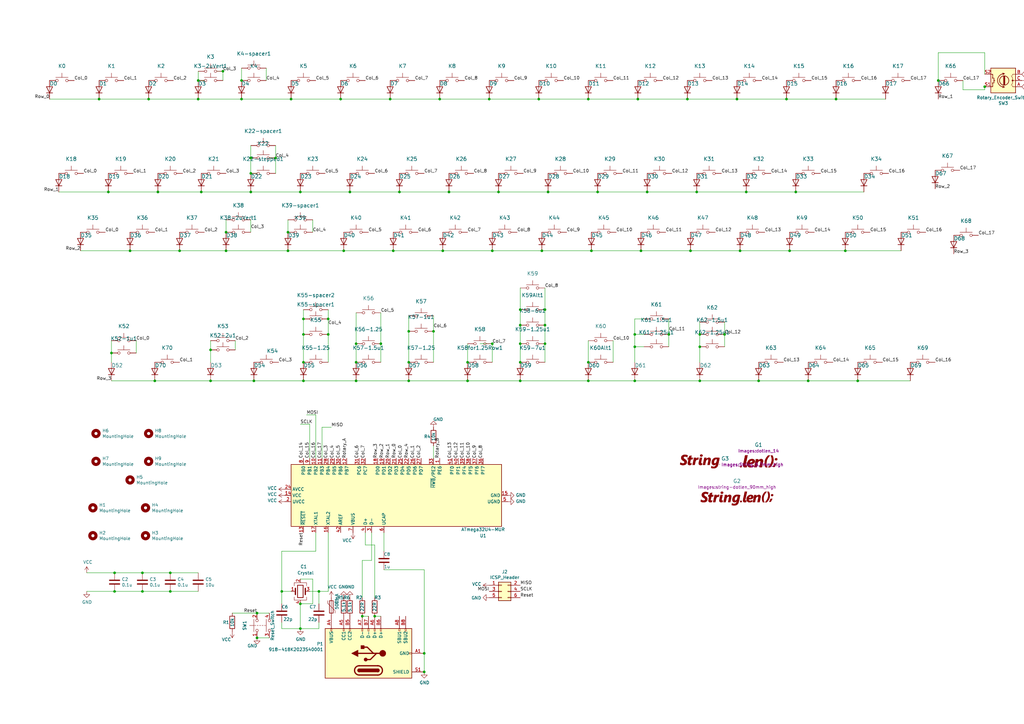
<source format=kicad_sch>
(kicad_sch (version 20211123) (generator eeschema)
  (paper "A3")
  (title_block (title "Longboi") (date "2021-12-18 14:13") (comment 1 "Author: Michael Len") (comment 2 "Generated with klepcbgen.py v0.1"))
  (junction (at 102.87 64.77))
  (junction (at 91.44 29.21))
  (junction (at 134.62 130.81))
  (junction (at 191.77 148.59))
  (junction (at 241.3 40.64))
  (junction (at 346.71 102.87))
  (junction (at 351.79 156.21))
  (junction (at 213.36 156.21))
  (junction (at 134.62 137.16))
  (junction (at 403.86 35.56))
  (junction (at 119.38 40.64))
  (junction (at 303.53 102.87))
  (junction (at 99.06 40.64))
  (junction (at 153.67 252.73))
  (junction (at 200.66 40.64))
  (junction (at 223.52 140.97))
  (junction (at 173.99 275.59))
  (junction (at 45.72 144.78))
  (junction (at 274.32 137.16))
  (junction (at 105.41 261.62))
  (junction (at 167.64 156.21))
  (junction (at 140.97 102.87))
  (junction (at 69.85 234.95))
  (junction (at 260.35 156.21))
  (junction (at 130.81 242.57))
  (junction (at 148.59 252.73))
  (junction (at 123.19 78.74))
  (junction (at 331.47 156.21))
  (junction (at 281.94 40.64))
  (junction (at 261.62 40.64))
  (junction (at 191.77 156.21))
  (junction (at 81.28 40.64))
  (junction (at 73.66 102.87))
  (junction (at 260.35 142.24))
  (junction (at 124.46 148.59))
  (junction (at 161.29 102.87))
  (junction (at 177.8 135.89))
  (junction (at 184.15 78.74))
  (junction (at 139.7 40.64))
  (junction (at 46.99 242.57))
  (junction (at 342.9 40.64))
  (junction (at 242.57 102.87))
  (junction (at 260.35 137.16))
  (junction (at 287.02 142.24))
  (junction (at 104.14 156.21))
  (junction (at 167.64 135.89))
  (junction (at 53.34 102.87))
  (junction (at 181.61 102.87))
  (junction (at 102.87 71.12))
  (junction (at 262.89 102.87))
  (junction (at 285.75 78.74))
  (junction (at 213.36 127))
  (junction (at 105.41 251.46))
  (junction (at 160.02 40.64))
  (junction (at 63.5 156.21))
  (junction (at 163.83 78.74))
  (junction (at 326.39 78.74))
  (junction (at 102.87 78.74))
  (junction (at 60.96 40.64))
  (junction (at 220.98 40.64))
  (junction (at 173.99 267.97))
  (junction (at 213.36 140.97))
  (junction (at 297.18 137.16))
  (junction (at 223.52 127))
  (junction (at 222.25 102.87))
  (junction (at 123.19 257.81))
  (junction (at 323.85 102.87))
  (junction (at 115.57 242.57))
  (junction (at 287.02 137.16))
  (junction (at 224.79 78.74))
  (junction (at 86.36 156.21))
  (junction (at 46.99 234.95))
  (junction (at 118.11 102.87))
  (junction (at 124.46 137.16))
  (junction (at 64.77 78.74))
  (junction (at 241.3 156.21))
  (junction (at 99.06 33.02))
  (junction (at 124.46 130.81))
  (junction (at 213.36 148.59))
  (junction (at 156.21 140.97))
  (junction (at 287.02 156.21))
  (junction (at 223.52 133.35))
  (junction (at 265.43 78.74))
  (junction (at 311.15 156.21))
  (junction (at 113.03 64.77))
  (junction (at 146.05 156.21))
  (junction (at 92.71 102.87))
  (junction (at 245.11 78.74))
  (junction (at 44.45 78.74))
  (junction (at 143.51 78.74))
  (junction (at 167.64 148.59))
  (junction (at 302.26 40.64))
  (junction (at 146.05 148.59))
  (junction (at 123.19 247.65))
  (junction (at 86.36 143.51))
  (junction (at 204.47 78.74))
  (junction (at 306.07 78.74))
  (junction (at 213.36 133.35))
  (junction (at 82.55 78.74))
  (junction (at 384.81 33.02))
  (junction (at 58.42 234.95))
  (junction (at 201.93 140.97))
  (junction (at 81.28 33.02))
  (junction (at 118.11 95.25))
  (junction (at 124.46 156.21))
  (junction (at 69.85 242.57))
  (junction (at 92.71 95.25))
  (junction (at 40.64 40.64))
  (junction (at 241.3 148.59))
  (junction (at 180.34 40.64))
  (junction (at 283.21 102.87))
  (junction (at 322.58 40.64))
  (junction (at 58.42 242.57))
  (junction (at 201.93 102.87))
  (junction (at 146.05 140.97))
  (wire (pts (xy 46.99 242.57) (xy 58.42 242.57)))
  (wire (pts (xy 213.36 140.97) (xy 213.36 148.59)))
  (wire (pts (xy 128.27 90.17) (xy 128.27 95.25)))
  (wire (pts (xy 260.35 148.59) (xy 260.35 142.24)))
  (wire (pts (xy 223.52 127) (xy 223.52 118.11)))
  (wire (pts (xy 130.81 242.57) (xy 130.81 247.65)))
  (wire (pts (xy 109.22 27.94) (xy 109.22 33.02)))
  (wire (pts (xy 130.81 257.81) (xy 130.81 255.27)))
  (wire (pts (xy 184.15 78.74) (xy 204.47 78.74)))
  (wire (pts (xy 73.66 102.87) (xy 92.71 102.87)))
  (wire (pts (xy 167.64 129.54) (xy 167.64 135.89)))
  (wire (pts (xy 287.02 142.24) (xy 287.02 137.16)))
  (wire (pts (xy 241.3 40.64) (xy 261.62 40.64)))
  (wire (pts (xy 403.86 35.56) (xy 405.13 35.56)))
  (wire (pts (xy 99.06 27.94) (xy 99.06 33.02)))
  (wire (pts (xy 102.87 78.74) (xy 123.19 78.74)))
  (wire (pts (xy 148.59 229.87) (xy 152.4 229.87)))
  (wire (pts (xy 152.4 229.87) (xy 152.4 218.44)))
  (wire (pts (xy 306.07 78.74) (xy 326.39 78.74)))
  (wire (pts (xy 82.55 78.74) (xy 102.87 78.74)))
  (wire (pts (xy 134.62 127) (xy 134.62 130.81)))
  (wire (pts (xy 151.13 252.73) (xy 148.59 252.73)))
  (wire (pts (xy 285.75 78.74) (xy 306.07 78.74)))
  (wire (pts (xy 129.54 187.96) (xy 129.54 170.18)))
  (wire (pts (xy 156.21 140.97) (xy 156.21 128.27)))
  (wire (pts (xy 241.3 156.21) (xy 260.35 156.21)))
  (wire (pts (xy 222.25 102.87) (xy 242.57 102.87)))
  (wire (pts (xy 102.87 71.12) (xy 105.41 71.12)))
  (wire (pts (xy 45.72 156.21) (xy 63.5 156.21)))
  (wire (pts (xy 115.57 257.81) (xy 115.57 255.27)))
  (wire (pts (xy 64.77 78.74) (xy 82.55 78.74)))
  (wire (pts (xy 81.28 33.02) (xy 81.28 29.21)))
  (wire (pts (xy 302.26 40.64) (xy 322.58 40.64)))
  (wire (pts (xy 287.02 156.21) (xy 311.15 156.21)))
  (wire (pts (xy 99.06 40.64) (xy 119.38 40.64)))
  (wire (pts (xy 167.64 135.89) (xy 167.64 148.59)))
  (wire (pts (xy 297.18 142.24) (xy 297.18 137.16)))
  (wire (pts (xy 102.87 90.17) (xy 102.87 95.25)))
  (wire (pts (xy 156.21 148.59) (xy 156.21 140.97)))
  (wire (pts (xy 110.49 64.77) (xy 113.03 64.77)))
  (wire (pts (xy 86.36 156.21) (xy 104.14 156.21)))
  (wire (pts (xy 124.46 130.81) (xy 124.46 137.16)))
  (wire (pts (xy 242.57 102.87) (xy 262.89 102.87)))
  (wire (pts (xy 132.08 187.96) (xy 132.08 175.26)))
  (wire (pts (xy 173.99 275.59) (xy 173.99 267.97)))
  (wire (pts (xy 281.94 40.64) (xy 302.26 40.64)))
  (wire (pts (xy 245.11 78.74) (xy 265.43 78.74)))
  (wire (pts (xy 119.38 40.64) (xy 139.7 40.64)))
  (wire (pts (xy 346.71 102.87) (xy 369.57 102.87)))
  (wire (pts (xy 45.72 144.78) (xy 45.72 139.7)))
  (wire (pts (xy 124.46 148.59) (xy 124.46 137.16)))
  (wire (pts (xy 35.56 242.57) (xy 46.99 242.57)))
  (wire (pts (xy 326.39 78.74) (xy 354.33 78.74)))
  (wire (pts (xy 104.14 156.21) (xy 124.46 156.21)))
  (wire (pts (xy 45.72 148.59) (xy 45.72 144.78)))
  (wire (pts (xy 102.87 64.77) (xy 102.87 71.12)))
  (wire (pts (xy 118.11 102.87) (xy 140.97 102.87)))
  (wire (pts (xy 213.36 118.11) (xy 213.36 127)))
  (wire (pts (xy 127 242.57) (xy 130.81 242.57)))
  (wire (pts (xy 124.46 156.21) (xy 146.05 156.21)))
  (wire (pts (xy 204.47 78.74) (xy 224.79 78.74)))
  (wire (pts (xy 58.42 234.95) (xy 69.85 234.95)))
  (wire (pts (xy 287.02 148.59) (xy 287.02 142.24)))
  (wire (pts (xy 223.52 127) (xy 223.52 133.35)))
  (wire (pts (xy 134.62 242.57) (xy 130.81 242.57)))
  (wire (pts (xy 92.71 102.87) (xy 118.11 102.87)))
  (wire (pts (xy 311.15 156.21) (xy 331.47 156.21)))
  (wire (pts (xy 223.52 133.35) (xy 223.52 140.97)))
  (wire (pts (xy 351.79 156.21) (xy 373.38 156.21)))
  (wire (pts (xy 181.61 102.87) (xy 201.93 102.87)))
  (wire (pts (xy 113.03 59.69) (xy 113.03 64.77)))
  (wire (pts (xy 146.05 156.21) (xy 167.64 156.21)))
  (wire (pts (xy 55.88 139.7) (xy 55.88 144.78)))
  (wire (pts (xy 265.43 78.74) (xy 285.75 78.74)))
  (wire (pts (xy 148.59 245.11) (xy 148.59 229.87)))
  (wire (pts (xy 124.46 127) (xy 124.46 130.81)))
  (wire (pts (xy 81.28 40.64) (xy 99.06 40.64)))
  (wire (pts (xy 274.32 130.81) (xy 274.32 137.16)))
  (wire (pts (xy 167.64 156.21) (xy 191.77 156.21)))
  (wire (pts (xy 24.13 78.74) (xy 44.45 78.74)))
  (wire (pts (xy 128.27 237.49) (xy 128.27 247.65)))
  (wire (pts (xy 201.93 148.59) (xy 201.93 140.97)))
  (wire (pts (xy 123.19 237.49) (xy 128.27 237.49)))
  (wire (pts (xy 224.79 78.74) (xy 245.11 78.74)))
  (wire (pts (xy 196.85 140.97) (xy 201.93 140.97)))
  (wire (pts (xy 177.8 129.54) (xy 177.8 135.89)))
  (wire (pts (xy 46.99 234.95) (xy 58.42 234.95)))
  (wire (pts (xy 115.57 257.81) (xy 123.19 257.81)))
  (wire (pts (xy 33.02 102.87) (xy 53.34 102.87)))
  (wire (pts (xy 146.05 140.97) (xy 146.05 128.27)))
  (wire (pts (xy 88.9 29.21) (xy 91.44 29.21)))
  (wire (pts (xy 153.67 223.52) (xy 149.86 223.52)))
  (wire (pts (xy 251.46 148.59) (xy 251.46 139.7)))
  (wire (pts (xy 53.34 102.87) (xy 73.66 102.87)))
  (wire (pts (xy 123.19 78.74) (xy 143.51 78.74)))
  (wire (pts (xy 58.42 242.57) (xy 69.85 242.57)))
  (wire (pts (xy 260.35 137.16) (xy 260.35 130.81)))
  (wire (pts (xy 140.97 102.87) (xy 161.29 102.87)))
  (wire (pts (xy 115.57 242.57) (xy 115.57 226.06)))
  (wire (pts (xy 86.36 148.59) (xy 86.36 143.51)))
  (wire (pts (xy 139.7 40.64) (xy 160.02 40.64)))
  (wire (pts (xy 384.81 21.59) (xy 384.81 33.02)))
  (wire (pts (xy 287.02 137.16) (xy 287.02 132.08)))
  (wire (pts (xy 213.36 127) (xy 213.36 133.35)))
  (wire (pts (xy 110.49 261.62) (xy 105.41 261.62)))
  (wire (pts (xy 157.48 218.44) (xy 157.48 226.06)))
  (wire (pts (xy 274.32 142.24) (xy 274.32 137.16)))
  (wire (pts (xy 160.02 40.64) (xy 180.34 40.64)))
  (wire (pts (xy 322.58 40.64) (xy 342.9 40.64)))
  (wire (pts (xy 146.05 148.59) (xy 146.05 140.97)))
  (wire (pts (xy 129.54 226.06) (xy 115.57 226.06)))
  (wire (pts (xy 134.62 130.81) (xy 134.62 137.16)))
  (wire (pts (xy 157.48 233.68) (xy 173.99 233.68)))
  (wire (pts (xy 342.9 40.64) (xy 363.22 40.64)))
  (wire (pts (xy 264.16 142.24) (xy 260.35 142.24)))
  (wire (pts (xy 163.83 78.74) (xy 184.15 78.74)))
  (wire (pts (xy 156.21 252.73) (xy 153.67 252.73)))
  (wire (pts (xy 264.16 137.16) (xy 260.35 137.16)))
  (wire (pts (xy 180.34 40.64) (xy 200.66 40.64)))
  (wire (pts (xy 134.62 218.44) (xy 134.62 242.57)))
  (wire (pts (xy 149.86 223.52) (xy 149.86 218.44)))
  (wire (pts (xy 123.19 173.99) (xy 127 173.99)))
  (wire (pts (xy 260.35 156.21) (xy 287.02 156.21)))
  (wire (pts (xy 123.19 257.81) (xy 130.81 257.81)))
  (wire (pts (xy 394.97 33.02) (xy 394.97 36.83)))
  (wire (pts (xy 69.85 234.95) (xy 81.28 234.95)))
  (wire (pts (xy 200.66 40.64) (xy 220.98 40.64)))
  (wire (pts (xy 96.52 139.7) (xy 96.52 143.51)))
  (wire (pts (xy 102.87 59.69) (xy 102.87 64.77)))
  (wire (pts (xy 119.38 242.57) (xy 115.57 242.57)))
  (wire (pts (xy 191.77 148.59) (xy 191.77 140.97)))
  (wire (pts (xy 134.62 148.59) (xy 134.62 137.16)))
  (wire (pts (xy 91.44 33.02) (xy 91.44 29.21)))
  (wire (pts (xy 331.47 156.21) (xy 351.79 156.21)))
  (wire (pts (xy 113.03 71.12) (xy 113.03 64.77)))
  (wire (pts (xy 177.8 182.88) (xy 177.8 187.96)))
  (wire (pts (xy 241.3 148.59) (xy 241.3 139.7)))
  (wire (pts (xy 105.41 251.46) (xy 110.49 251.46)))
  (wire (pts (xy 262.89 102.87) (xy 283.21 102.87)))
  (wire (pts (xy 260.35 142.24) (xy 260.35 137.16)))
  (wire (pts (xy 201.93 102.87) (xy 222.25 102.87)))
  (wire (pts (xy 261.62 40.64) (xy 281.94 40.64)))
  (wire (pts (xy 297.18 137.16) (xy 297.18 132.08)))
  (wire (pts (xy 63.5 156.21) (xy 86.36 156.21)))
  (wire (pts (xy 123.19 247.65) (xy 123.19 257.81)))
  (wire (pts (xy 220.98 40.64) (xy 241.3 40.64)))
  (wire (pts (xy 191.77 156.21) (xy 213.36 156.21)))
  (wire (pts (xy 44.45 78.74) (xy 64.77 78.74)))
  (wire (pts (xy 213.36 156.21) (xy 241.3 156.21)))
  (wire (pts (xy 132.08 175.26) (xy 135.89 175.26)))
  (wire (pts (xy 260.35 130.81) (xy 264.16 130.81)))
  (wire (pts (xy 153.67 245.11) (xy 153.67 223.52)))
  (wire (pts (xy 115.57 247.65) (xy 115.57 242.57)))
  (wire (pts (xy 40.64 40.64) (xy 60.96 40.64)))
  (wire (pts (xy 283.21 102.87) (xy 303.53 102.87)))
  (wire (pts (xy 223.52 140.97) (xy 223.52 148.59)))
  (wire (pts (xy 69.85 242.57) (xy 81.28 242.57)))
  (wire (pts (xy 403.86 21.59) (xy 384.81 21.59)))
  (wire (pts (xy 303.53 102.87) (xy 323.85 102.87)))
  (wire (pts (xy 35.56 234.95) (xy 46.99 234.95)))
  (wire (pts (xy 128.27 247.65) (xy 123.19 247.65)))
  (wire (pts (xy 95.25 251.46) (xy 105.41 251.46)))
  (wire (pts (xy 86.36 143.51) (xy 86.36 139.7)))
  (wire (pts (xy 403.86 30.48) (xy 403.86 21.59)))
  (wire (pts (xy 60.96 40.64) (xy 81.28 40.64)))
  (wire (pts (xy 161.29 102.87) (xy 181.61 102.87)))
  (wire (pts (xy 143.51 78.74) (xy 163.83 78.74)))
  (wire (pts (xy 127 187.96) (xy 127 173.99)))
  (wire (pts (xy 118.11 90.17) (xy 118.11 95.25)))
  (wire (pts (xy 213.36 133.35) (xy 213.36 140.97)))
  (wire (pts (xy 403.86 36.83) (xy 403.86 35.56)))
  (wire (pts (xy 20.32 40.64) (xy 40.64 40.64)))
  (wire (pts (xy 177.8 135.89) (xy 177.8 148.59)))
  (wire (pts (xy 129.54 170.18) (xy 125.73 170.18)))
  (wire (pts (xy 173.99 233.68) (xy 173.99 267.97)))
  (wire (pts (xy 81.28 33.02) (xy 83.82 33.02)))
  (wire (pts (xy 129.54 218.44) (xy 129.54 226.06)))
  (wire (pts (xy 92.71 90.17) (xy 92.71 95.25)))
  (wire (pts (xy 394.97 36.83) (xy 403.86 36.83)))
  (wire (pts (xy 323.85 102.87) (xy 346.71 102.87)))
  (label "Col_5" (at 139.7 187.96 90))
  (label "Col_6" (at 171.45 95.25 0))
  (label "Col_13" (at 292.1 33.02 0))
  (label "Col_0" (at 165.1 187.96 90))
  (label "Col_3" (at 134.62 187.96 90))
  (label "Col_13" (at 321.31 148.59 0))
  (label "Col_14" (at 124.46 187.96 90))
  (label "Row_1" (at 384.81 40.64 0))
  (label "Col_14" (at 312.42 33.02 0))
  (label "Col_4" (at 134.62 133.35 0))
  (label "Col_5" (at 156.21 128.27 0))
  (label "Row_3" (at 391.16 104.14 0))
  (label "MISO" (at 135.89 175.26 0))
  (label "Col_0" (at 30.48 33.02 0))
  (label "Row_3" (at 154.94 187.96 90))
  (label "Col_6" (at 147.32 187.96 90))
  (label "Col_12" (at 297.18 137.16 0))
  (label "Col_15" (at 332.74 33.02 0))
  (label "Row_2" (at 383.54 77.47 0))
  (label "Col_1" (at 73.66 148.59 0))
  (label "Col_11" (at 251.46 33.02 0))
  (label "Row_0" (at 162.56 187.96 90))
  (label "Col_11" (at 273.05 95.25 0))
  (label "Col_16" (at 364.49 71.12 0))
  (label "Col_2" (at 172.72 187.96 90))
  (label "Col_5" (at 129.54 33.02 0))
  (label "Col_10" (at 251.46 139.7 0))
  (label "Col_10" (at 193.04 187.96 90))
  (label "Col_4" (at 113.03 64.77 0))
  (label "Col_2" (at 83.82 95.25 0))
  (label "Col_10" (at 231.14 33.02 0))
  (label "Col_1" (at 63.5 95.25 0))
  (label "Col_11" (at 274.32 135.89 0))
  (label "Col_1" (at 170.18 187.96 90))
  (label "Col_0" (at 43.18 95.25 0))
  (label "Col_13" (at 295.91 71.12 0))
  (label "Col_4" (at 109.22 33.02 0))
  (label "Col_1" (at 54.61 71.12 0))
  (label "SCLK" (at 123.19 173.99 0))
  (label "Col_0" (at 55.88 139.7 0))
  (label "MOSI" (at 125.73 170.18 0))
  (label "Col_9" (at 232.41 95.25 0))
  (label "Col_13" (at 313.69 95.25 0))
  (label "Col_12" (at 271.78 33.02 0))
  (label "Col_2" (at 71.12 33.02 0))
  (label "Col_7" (at 191.77 95.25 0))
  (label "Col_7" (at 149.86 187.96 90))
  (label "Row_1" (at 24.13 78.74 180))
  (label "Rotary_B" (at 180.34 187.96 90))
  (label "Col_14" (at 316.23 71.12 0))
  (label "Row_3" (at 45.72 156.21 180))
  (label "Col_14" (at 334.01 95.25 0))
  (label "Col_17" (at 373.38 33.02 0))
  (label "Col_8" (at 212.09 95.25 0))
  (label "Col_3" (at 92.71 71.12 0))
  (label "Col_4" (at 128.27 95.25 0))
  (label "Col_0" (at 34.29 71.12 0))
  (label "Col_8" (at 198.12 187.96 90))
  (label "MISO" (at 213.36 240.03 0))
  (label "Col_14" (at 341.63 148.59 0))
  (label "Col_13" (at 185.42 187.96 90))
  (label "Col_17" (at 393.7 69.85 0))
  (label "Col_12" (at 293.37 95.25 0))
  (label "Col_9" (at 195.58 187.96 90))
  (label "Col_12" (at 275.59 71.12 0))
  (label "Col_7" (at 173.99 71.12 0))
  (label "Col_17" (at 394.97 33.02 0))
  (label "Reset" (at 105.41 251.46 180))
  (label "Col_15" (at 336.55 71.12 0))
  (label "Col_11" (at 190.5 187.96 90))
  (label "Col_9" (at 214.63 71.12 0))
  (label "Col_3" (at 91.44 29.21 0))
  (label "Row_4" (at 167.64 187.96 90))
  (label "Col_7" (at 170.18 33.02 0))
  (label "Col_17" (at 401.32 96.52 0))
  (label "Col_1" (at 50.8 33.02 0))
  (label "Col_15" (at 127 187.96 90))
  (label "Rotary_A" (at 142.24 187.96 90))
  (label "Col_16" (at 129.54 187.96 90))
  (label "Col_6" (at 177.8 134.62 0))
  (label "Col_8" (at 223.52 118.11 0))
  (label "Col_2" (at 96.52 139.7 0))
  (label "Row_0" (at 20.32 40.64 180))
  (label "Col_15" (at 361.95 148.59 0))
  (label "Col_8" (at 194.31 71.12 0))
  (label "Col_12" (at 187.96 187.96 90))
  (label "Col_2" (at 74.93 71.12 0))
  (label "SCLK" (at 213.36 242.57 0))
  (label "Row_2" (at 33.02 102.87 180))
  (label "Reset" (at 213.36 245.11 0))
  (label "MOSI" (at 200.66 242.57 180))
  (label "Col_5" (at 151.13 95.25 0))
  (label "Reset" (at 124.46 218.44 270))
  (label "Col_11" (at 255.27 71.12 0))
  (label "Col_16" (at 353.06 33.02 0))
  (label "Col_8" (at 190.5 33.02 0))
  (label "Col_6" (at 149.86 33.02 0))
  (label "Col_3" (at 102.87 93.98 0))
  (label "Col_5" (at 133.35 71.12 0))
  (label "Col_16" (at 379.73 95.25 0))
  (label "Col_10" (at 252.73 95.25 0))
  (label "Col_10" (at 234.95 71.12 0))
  (label "Col_3" (at 114.3 148.59 0))
  (label "Col_4" (at 137.16 187.96 90))
  (label "Col_17" (at 132.08 187.96 90))
  (label "Col_9" (at 210.82 33.02 0))
  (label "Row_2" (at 157.48 187.96 90))
  (label "Col_15" (at 356.87 95.25 0))
  (label "Col_16" (at 383.54 148.59 0))
  (label "Col_7" (at 201.93 140.97 0))
  (label "Col_6" (at 153.67 71.12 0))
  (label "Row_1" (at 160.02 187.96 90))
  (global_label "Rotary_A" (shape input) (at 419.1 35.56 0) (property "Intersheet References" "${INTERSHEET_REFS}" (effects hide)))
  (global_label "Rotary_B" (shape input) (at 419.1 30.48 0) (property "Intersheet References" "${INTERSHEET_REFS}" (effects hide)))
  (symbol (lib_id "Device:D") (at 326.39 74.93 90) (unit 1)
    (property "Reference" "D33" (at 326.39 72.39 90) (effects (font (size 1.524 1.524)) (justify right)))
    (property "Value" "SOD-323F" (effects hide))
    (property "Footprint" "Diode_SMD:D_SOD-323F" (effects hide))
  )
  (symbol (lib_id "power:GND") (at 123.19 257.81 0) (unit 1)
    (property "Reference" "#PWR0101" (effects hide))
    (property "Value" "GND" (at 123.317 262.2042 0))
  )
  (symbol (lib_id "power:GND") (at 35.56 242.57 0) (unit 1)
    (property "Reference" "#PWR0102" (effects hide))
    (property "Value" "GND" (at 35.687 246.9642 0))
  )
  (symbol (lib_id "power:GND") (at 177.8 175.26 180) (unit 1)
    (property "Reference" "#PWR0106" (effects hide))
    (property "Value" "GND" (at 177.673 172.0088 0) (effects (justify right)))
  )
  (symbol (lib_id "Device:C") (at 157.48 229.87 0) (unit 1)
    (property "Reference" "C8" (at 158.75 227.33 0))
    (property "Value" "1u" (at 158.75 232.41 0))
    (property "Footprint" "Capacitor_SMD:C_0805_2012Metric_Pad1.15x1.40mm_HandSolder" (effects hide))
  )
  (symbol (lib_id "power:VCC") (at 116.84 203.2 90) (unit 1)
    (property "Reference" "#PWR0110" (effects hide))
    (property "Value" "VCC" (at 113.6142 202.7428 90) (effects (justify left)))
  )
  (symbol (lib_id "power:VCC") (at 144.78 218.44 180) (unit 1)
    (property "Reference" "#PWR0116" (effects hide))
    (property "Value" "VCC" (at 144.3228 221.6658 0) (effects (justify left)))
  )
  (symbol (lib_id "power:VCC") (at 116.84 205.74 90) (unit 1)
    (property "Reference" "#PWR01" (effects hide))
    (property "Value" "VCC" (at 113.6142 205.2828 90) (effects (justify left)))
  )
  (symbol (lib_id "Device:R") (at 153.67 248.92 0) (unit 1)
    (property "Reference" "R3" (at 154.94 245.11 0))
    (property "Value" "22R" (at 153.67 248.92 90))
    (property "Footprint" "Resistor_SMD:R_0805_2012Metric_Pad1.15x1.40mm_HandSolder" (effects hide))
  )
  (symbol (lib_id "Device:R") (at 177.8 179.07 0) (unit 1)
    (property "Reference" "R4" (at 175.26 179.07 0))
    (property "Value" "10k" (at 177.8 179.07 90))
    (property "Footprint" "Resistor_SMD:R_0805_2012Metric_Pad1.15x1.40mm_HandSolder" (effects hide))
  )
  (symbol (lib_id "Switch:SW_Push_Dual") (at 105.41 256.54 90) (unit 1)
    (property "Reference" "SW1" (at 100.33 256.54 0))
    (property "Value" "Reset_Switch" (at 111.76 256.54 0))
    (property "Footprint" "random-keyboard-parts:SKQG-1155865" (effects hide))
  )
  (symbol (lib_id "Device:C") (at 69.85 238.76 0) (unit 1)
    (property "Reference" "C4" (at 72.771 237.5916 0) (effects (justify left)))
    (property "Value" "0.1u" (at 72.771 239.903 0) (effects (justify left)))
    (property "Footprint" "Capacitor_SMD:C_0805_2012Metric_Pad1.15x1.40mm_HandSolder" (effects hide))
  )
  (symbol (lib_id "Device:C") (at 130.81 251.46 0) (unit 1)
    (property "Reference" "C7" (at 128.27 248.92 0))
    (property "Value" "22p" (at 128.27 254 0))
    (property "Footprint" "Capacitor_SMD:C_0805_2012Metric_Pad1.15x1.40mm_HandSolder" (effects hide))
  )
  (symbol (lib_id "Device:C") (at 115.57 251.46 0) (unit 1)
    (property "Reference" "C6" (at 116.84 248.92 0))
    (property "Value" "22p" (at 118.11 254 0))
    (property "Footprint" "Capacitor_SMD:C_0805_2012Metric_Pad1.15x1.40mm_HandSolder" (effects hide))
  )
  (symbol (lib_id "Device:Crystal_GND24") (at 123.19 242.57 0) (unit 1)
    (property "Reference" "C1" (at 123.19 232.41 0) (effects (justify left)))
    (property "Value" "Crystal" (at 121.92 234.95 0) (effects (justify left)))
    (property "Footprint" "Crystal:Crystal_SMD_3225-4Pin_3.2x2.5mm" (effects hide))
  )
  (symbol (lib_id "power:VCC") (at 200.66 240.03 90) (unit 1)
    (property "Reference" "#PWR0112" (effects hide))
    (property "Value" "VCC" (at 197.4342 239.5728 90) (effects (justify left)))
  )
  (symbol (lib_id "Switch:SW_Push") (at 290.83 71.12 0) (unit 1)
    (property "Reference" "K31" (at 290.83 65.2018 0) (effects (font (size 1.524 1.524))))
    (property "Value" "KEYSW" (effects hide))
    (property "Footprint" "MX_Only:MXOnly-1U-NoLED" (effects hide))
  )
  (symbol (lib_id "Switch:SW_Push") (at 189.23 71.12 0) (unit 1)
    (property "Reference" "K26" (at 189.23 65.2018 0) (effects (font (size 1.524 1.524))))
    (property "Value" "KEYSW" (effects hide))
    (property "Footprint" "MX_Only:MXOnly-1U-NoLED" (effects hide))
  )
  (symbol (lib_id "Switch:SW_Push") (at 87.63 71.12 0) (unit 1)
    (property "Reference" "K21" (at 87.63 65.2018 0) (effects (font (size 1.524 1.524))))
    (property "Value" "KEYSW" (effects hide))
    (property "Footprint" "MX_Only:MXOnly-1U-NoLED" (effects hide))
  )
  (symbol (lib_id "Switch:SW_Push") (at 151.13 128.27 0) (unit 1)
    (property "Reference" "K56" (at 151.13 122.3518 0) (effects (font (size 1.524 1.524))))
    (property "Value" "KEYSW" (effects hide))
    (property "Footprint" "MX_Only:MXOnly-1.25U-NoLED" (effects hide))
  )
  (symbol (lib_id "Switch:SW_Push") (at 69.85 71.12 0) (unit 1)
    (property "Reference" "K20" (at 69.85 65.2018 0) (effects (font (size 1.524 1.524))))
    (property "Value" "KEYSW" (effects hide))
    (property "Footprint" "MX_Only:MXOnly-1U-NoLED" (effects hide))
  )
  (symbol (lib_id "Switch:SW_Push") (at 49.53 71.12 0) (unit 1)
    (property "Reference" "K19" (at 49.53 65.2018 0) (effects (font (size 1.524 1.524))))
    (property "Value" "KEYSW" (effects hide))
    (property "Footprint" "MX_Only:MXOnly-1U-NoLED" (effects hide))
  )
  (symbol (lib_id "Switch:SW_Push") (at 97.79 90.17 0) (unit 1)
    (property "Reference" "K38" (at 97.79 84.2518 0) (effects (font (size 1.524 1.524))))
    (property "Value" "KEYSW" (effects hide))
    (property "Footprint" "MX_Only:MXOnly-1U-NoLED" (effects hide))
  )
  (symbol (lib_id "Switch:SW_Push") (at 227.33 95.25 0) (unit 1)
    (property "Reference" "K44" (at 227.33 89.3318 0) (effects (font (size 1.524 1.524))))
    (property "Value" "KEYSW" (effects hide))
    (property "Footprint" "MX_Only:MXOnly-1U-NoLED" (effects hide))
  )
  (symbol (lib_id "Switch:SW_Push") (at 267.97 95.25 0) (unit 1)
    (property "Reference" "K46" (at 267.97 89.3318 0) (effects (font (size 1.524 1.524))))
    (property "Value" "KEYSW" (effects hide))
    (property "Footprint" "MX_Only:MXOnly-1U-NoLED" (effects hide))
  )
  (symbol (lib_id "Switch:SW_Push") (at 308.61 95.25 0) (unit 1)
    (property "Reference" "K48" (at 308.61 89.3318 0) (effects (font (size 1.524 1.524))))
    (property "Value" "KEYSW" (effects hide))
    (property "Footprint" "MX_Only:MXOnly-1U-NoLED" (effects hide))
  )
  (symbol (lib_id "Switch:SW_Push") (at 359.41 71.12 0) (unit 1)
    (property "Reference" "K34" (at 359.41 65.2018 0) (effects (font (size 1.524 1.524))))
    (property "Value" "KEYSW" (effects hide))
    (property "Footprint" "MX_Only:MXOnly-2.25U-ReversedStabilizers-NoLED" (effects hide))
  )
  (symbol (lib_id "Switch:SW_Push") (at 331.47 71.12 0) (unit 1)
    (property "Reference" "K33" (at 331.47 65.2018 0) (effects (font (size 1.524 1.524))))
    (property "Value" "KEYSW" (effects hide))
    (property "Footprint" "MX_Only:MXOnly-1U-NoLED" (effects hide))
  )
  (symbol (lib_id "Switch:SW_Push") (at 144.78 33.02 0) (unit 1)
    (property "Reference" "K6" (at 144.78 27.1018 0) (effects (font (size 1.524 1.524))))
    (property "Value" "KEYSW" (effects hide))
    (property "Footprint" "MX_Only:MXOnly-1U-NoLED" (effects hide))
  )
  (symbol (lib_id "Switch:SW_Push") (at 185.42 33.02 0) (unit 1)
    (property "Reference" "K8" (at 185.42 27.1018 0) (effects (font (size 1.524 1.524))))
    (property "Value" "KEYSW" (effects hide))
    (property "Footprint" "MX_Only:MXOnly-1U-NoLED" (effects hide))
  )
  (symbol (lib_id "Switch:SW_Push") (at 205.74 33.02 0) (unit 1)
    (property "Reference" "K9" (at 205.74 27.1018 0) (effects (font (size 1.524 1.524))))
    (property "Value" "KEYSW" (effects hide))
    (property "Footprint" "MX_Only:MXOnly-1U-NoLED" (effects hide))
  )
  (symbol (lib_id "Switch:SW_Push") (at 336.55 148.59 0) (unit 1)
    (property "Reference" "K64" (at 336.55 142.6718 0) (effects (font (size 1.524 1.524))))
    (property "Value" "KEYSW" (effects hide))
    (property "Footprint" "MX_Only:MXOnly-1U-NoLED" (effects hide))
  )
  (symbol (lib_id "Switch:SW_Push") (at 172.72 129.54 0) (unit 1)
    (property "Reference" "K57" (at 172.72 123.6218 0) (effects (font (size 1.524 1.524))))
    (property "Value" "KEYSW" (effects hide))
    (property "Footprint" "MX_Only:MXOnly-1.25U-NoLED" (effects hide))
  )
  (symbol (lib_id "Switch:SW_Push") (at 347.98 33.02 0) (unit 1)
    (property "Reference" "K16" (at 347.98 27.1018 0) (effects (font (size 1.524 1.524))))
    (property "Value" "KEYSW" (effects hide))
    (property "Footprint" "MX_Only:MXOnly-1U-NoLED" (effects hide))
  )
  (symbol (lib_id "Switch:SW_Push") (at 29.21 71.12 0) (unit 1)
    (property "Reference" "K18" (at 29.21 65.2018 0) (effects (font (size 1.524 1.524))))
    (property "Value" "KEYSW" (effects hide))
    (property "Footprint" "MX_Only:MXOnly-1U-NoLED" (effects hide))
  )
  (symbol (lib_id "Switch:SW_Push") (at 368.3 33.02 0) (unit 1)
    (property "Reference" "K17" (at 368.3 27.1018 0) (effects (font (size 1.524 1.524))))
    (property "Value" "KEYSW" (effects hide))
    (property "Footprint" "MX_Only:MXOnly-1.5U-NoLED" (effects hide))
  )
  (symbol (lib_id "Switch:SW_Push") (at 196.85 140.97 0) (unit 1)
    (property "Reference" "K58" (at 196.85 135.0518 0) (effects (font (size 1.524 1.524))))
    (property "Value" "KEYSW" (effects hide))
    (property "Footprint" "MX_Only:MXOnly-2.25U-ReversedStabilizers-NoLED" (effects hide))
  )
  (symbol (lib_id "Switch:SW_Push") (at 327.66 33.02 0) (unit 1)
    (property "Reference" "K15" (at 327.66 27.1018 0) (effects (font (size 1.524 1.524))))
    (property "Value" "KEYSW" (effects hide))
    (property "Footprint" "MX_Only:MXOnly-1U-NoLED" (effects hide))
  )
  (symbol (lib_id "Switch:SW_Push") (at 218.44 118.11 0) (unit 1)
    (property "Reference" "K59" (at 218.44 112.1918 0) (effects (font (size 1.524 1.524))))
    (property "Value" "KEYSW" (effects hide))
    (property "Footprint" "MX_Only:MXOnly-1U-NoLED" (effects hide))
  )
  (symbol (lib_id "Switch:SW_Push") (at 356.87 148.59 0) (unit 1)
    (property "Reference" "K65" (at 356.87 142.6718 0) (effects (font (size 1.524 1.524))))
    (property "Value" "KEYSW" (effects hide))
    (property "Footprint" "MX_Only:MXOnly-1U-NoLED" (effects hide))
  )
  (symbol (lib_id "Device:D") (at 242.57 99.06 90) (unit 1)
    (property "Reference" "D45" (at 242.57 96.52 90) (effects (font (size 1.524 1.524)) (justify right)))
    (property "Value" "SOD-323F" (effects hide))
    (property "Footprint" "Diode_SMD:D_SOD-323F" (effects hide))
  )
  (symbol (lib_id "Device:D") (at 222.25 99.06 90) (unit 1)
    (property "Reference" "D44" (at 222.25 96.52 90) (effects (font (size 1.524 1.524)) (justify right)))
    (property "Value" "SOD-323F" (effects hide))
    (property "Footprint" "Diode_SMD:D_SOD-323F" (effects hide))
  )
  (symbol (lib_id "Device:D") (at 346.71 99.06 90) (unit 1)
    (property "Reference" "D50" (at 346.71 96.52 90) (effects (font (size 1.524 1.524)) (justify right)))
    (property "Value" "SOD-323F" (effects hide))
    (property "Footprint" "Diode_SMD:D_SOD-323F" (effects hide))
  )
  (symbol (lib_id "Device:D") (at 331.47 152.4 90) (unit 1)
    (property "Reference" "D64" (at 331.47 149.86 90) (effects (font (size 1.524 1.524)) (justify right)))
    (property "Value" "SOD-323F" (effects hide))
    (property "Footprint" "Diode_SMD:D_SOD-323F" (effects hide))
  )
  (symbol (lib_id "Device:D") (at 287.02 152.4 90) (unit 1)
    (property "Reference" "D62" (at 287.02 149.86 90) (effects (font (size 1.524 1.524)) (justify right)))
    (property "Value" "SOD-323F" (effects hide))
    (property "Footprint" "Diode_SMD:D_SOD-323F" (effects hide))
  )
  (symbol (lib_id "Device:D") (at 260.35 152.4 90) (unit 1)
    (property "Reference" "D61" (at 260.35 149.86 90) (effects (font (size 1.524 1.524)) (justify right)))
    (property "Value" "SOD-323F" (effects hide))
    (property "Footprint" "Diode_SMD:D_SOD-323F" (effects hide))
  )
  (symbol (lib_id "Device:D") (at 369.57 99.06 90) (unit 1)
    (property "Reference" "D51" (at 369.57 96.52 90) (effects (font (size 1.524 1.524)) (justify right)))
    (property "Value" "SOD-323F" (effects hide))
    (property "Footprint" "Diode_SMD:D_SOD-323F" (effects hide))
  )
  (symbol (lib_id "Device:D") (at 45.72 152.4 90) (unit 1)
    (property "Reference" "D52" (at 45.72 149.86 90) (effects (font (size 1.524 1.524)) (justify right)))
    (property "Value" "SOD-323F" (effects hide))
    (property "Footprint" "Diode_SMD:D_SOD-323F" (effects hide))
  )
  (symbol (lib_id "Device:D") (at 213.36 152.4 90) (unit 1)
    (property "Reference" "D59" (at 213.36 149.86 90) (effects (font (size 1.524 1.524)) (justify right)))
    (property "Value" "SOD-323F" (effects hide))
    (property "Footprint" "Diode_SMD:D_SOD-323F" (effects hide))
  )
  (symbol (lib_id "Device:D") (at 86.36 152.4 90) (unit 1)
    (property "Reference" "D53" (at 86.36 149.86 90) (effects (font (size 1.524 1.524)) (justify right)))
    (property "Value" "SOD-323F" (effects hide))
    (property "Footprint" "Diode_SMD:D_SOD-323F" (effects hide))
  )
  (symbol (lib_id "Device:D") (at 191.77 152.4 90) (unit 1)
    (property "Reference" "D58" (at 191.77 149.86 90) (effects (font (size 1.524 1.524)) (justify right)))
    (property "Value" "SOD-323F" (effects hide))
    (property "Footprint" "Diode_SMD:D_SOD-323F" (effects hide))
  )
  (symbol (lib_id "Device:D") (at 104.14 152.4 90) (unit 1)
    (property "Reference" "D54" (at 104.14 149.86 90) (effects (font (size 1.524 1.524)) (justify right)))
    (property "Value" "SOD-323F" (effects hide))
    (property "Footprint" "Diode_SMD:D_SOD-323F" (effects hide))
  )
  (symbol (lib_id "Device:D") (at 82.55 74.93 90) (unit 1)
    (property "Reference" "D21" (at 82.55 72.39 90) (effects (font (size 1.524 1.524)) (justify right)))
    (property "Value" "SOD-323F" (effects hide))
    (property "Footprint" "Diode_SMD:D_SOD-323F" (effects hide))
  )
  (symbol (lib_id "Device:D") (at 44.45 74.93 90) (unit 1)
    (property "Reference" "D19" (at 44.45 72.39 90) (effects (font (size 1.524 1.524)) (justify right)))
    (property "Value" "SOD-323F" (effects hide))
    (property "Footprint" "Diode_SMD:D_SOD-323F" (effects hide))
  )
  (symbol (lib_id "Device:D") (at 24.13 74.93 90) (unit 1)
    (property "Reference" "D18" (at 24.13 72.39 90) (effects (font (size 1.524 1.524)) (justify right)))
    (property "Value" "SOD-323F" (effects hide))
    (property "Footprint" "Diode_SMD:D_SOD-323F" (effects hide))
  )
  (symbol (lib_id "Device:D") (at 363.22 36.83 90) (unit 1)
    (property "Reference" "D17" (at 363.22 34.29 90) (effects (font (size 1.524 1.524)) (justify right)))
    (property "Value" "SOD-323F" (effects hide))
    (property "Footprint" "Diode_SMD:D_SOD-323F" (effects hide))
  )
  (symbol (lib_id "Device:D") (at 342.9 36.83 90) (unit 1)
    (property "Reference" "D16" (at 342.9 34.29 90) (effects (font (size 1.524 1.524)) (justify right)))
    (property "Value" "SOD-323F" (effects hide))
    (property "Footprint" "Diode_SMD:D_SOD-323F" (effects hide))
  )
  (symbol (lib_id "Device:D") (at 322.58 36.83 90) (unit 1)
    (property "Reference" "D15" (at 322.58 34.29 90) (effects (font (size 1.524 1.524)) (justify right)))
    (property "Value" "SOD-323F" (effects hide))
    (property "Footprint" "Diode_SMD:D_SOD-323F" (effects hide))
  )
  (symbol (lib_id "Device:D") (at 302.26 36.83 90) (unit 1)
    (property "Reference" "D14" (at 302.26 34.29 90) (effects (font (size 1.524 1.524)) (justify right)))
    (property "Value" "SOD-323F" (effects hide))
    (property "Footprint" "Diode_SMD:D_SOD-323F" (effects hide))
  )
  (symbol (lib_id "Device:D") (at 281.94 36.83 90) (unit 1)
    (property "Reference" "D13" (at 281.94 34.29 90) (effects (font (size 1.524 1.524)) (justify right)))
    (property "Value" "SOD-323F" (effects hide))
    (property "Footprint" "Diode_SMD:D_SOD-323F" (effects hide))
  )
  (symbol (lib_id "Device:D") (at 261.62 36.83 90) (unit 1)
    (property "Reference" "D12" (at 261.62 34.29 90) (effects (font (size 1.524 1.524)) (justify right)))
    (property "Value" "SOD-323F" (effects hide))
    (property "Footprint" "Diode_SMD:D_SOD-323F" (effects hide))
  )
  (symbol (lib_id "Device:D") (at 181.61 99.06 90) (unit 1)
    (property "Reference" "D42" (at 181.61 96.52 90) (effects (font (size 1.524 1.524)) (justify right)))
    (property "Value" "SOD-323F" (effects hide))
    (property "Footprint" "Diode_SMD:D_SOD-323F" (effects hide))
  )
  (symbol (lib_id "Device:D") (at 139.7 36.83 90) (unit 1)
    (property "Reference" "D6" (at 139.7 34.29 90) (effects (font (size 1.524 1.524)) (justify right)))
    (property "Value" "SOD-323F" (effects hide))
    (property "Footprint" "Diode_SMD:D_SOD-323F" (effects hide))
  )
  (symbol (lib_id "Device:D") (at 123.19 74.93 90) (unit 1)
    (property "Reference" "D23" (at 123.19 72.39 90) (effects (font (size 1.524 1.524)) (justify right)))
    (property "Value" "SOD-323F" (effects hide))
    (property "Footprint" "Diode_SMD:D_SOD-323F" (effects hide))
  )
  (symbol (lib_id "Device:D") (at 201.93 99.06 90) (unit 1)
    (property "Reference" "D43" (at 201.93 96.52 90) (effects (font (size 1.524 1.524)) (justify right)))
    (property "Value" "SOD-323F" (effects hide))
    (property "Footprint" "Diode_SMD:D_SOD-323F" (effects hide))
  )
  (symbol (lib_id "Device:D") (at 161.29 99.06 90) (unit 1)
    (property "Reference" "D41" (at 161.29 96.52 90) (effects (font (size 1.524 1.524)) (justify right)))
    (property "Value" "SOD-323F" (effects hide))
    (property "Footprint" "Diode_SMD:D_SOD-323F" (effects hide))
  )
  (symbol (lib_id "Device:D") (at 140.97 99.06 90) (unit 1)
    (property "Reference" "D40" (at 140.97 96.52 90) (effects (font (size 1.524 1.524)) (justify right)))
    (property "Value" "SOD-323F" (effects hide))
    (property "Footprint" "Diode_SMD:D_SOD-323F" (effects hide))
  )
  (symbol (lib_id "Device:D") (at 285.75 74.93 90) (unit 1)
    (property "Reference" "D31" (at 285.75 72.39 90) (effects (font (size 1.524 1.524)) (justify right)))
    (property "Value" "SOD-323F" (effects hide))
    (property "Footprint" "Diode_SMD:D_SOD-323F" (effects hide))
  )
  (symbol (lib_id "Device:D") (at 265.43 74.93 90) (unit 1)
    (property "Reference" "D30" (at 265.43 72.39 90) (effects (font (size 1.524 1.524)) (justify right)))
    (property "Value" "SOD-323F" (effects hide))
    (property "Footprint" "Diode_SMD:D_SOD-323F" (effects hide))
  )
  (symbol (lib_id "Device:D") (at 245.11 74.93 90) (unit 1)
    (property "Reference" "D29" (at 245.11 72.39 90) (effects (font (size 1.524 1.524)) (justify right)))
    (property "Value" "SOD-323F" (effects hide))
    (property "Footprint" "Diode_SMD:D_SOD-323F" (effects hide))
  )
  (symbol (lib_id "Device:D") (at 224.79 74.93 90) (unit 1)
    (property "Reference" "D28" (at 224.79 72.39 90) (effects (font (size 1.524 1.524)) (justify right)))
    (property "Value" "SOD-323F" (effects hide))
    (property "Footprint" "Diode_SMD:D_SOD-323F" (effects hide))
  )
  (symbol (lib_id "Device:D") (at 204.47 74.93 90) (unit 1)
    (property "Reference" "D27" (at 204.47 72.39 90) (effects (font (size 1.524 1.524)) (justify right)))
    (property "Value" "SOD-323F" (effects hide))
    (property "Footprint" "Diode_SMD:D_SOD-323F" (effects hide))
  )
  (symbol (lib_id "Device:D") (at 184.15 74.93 90) (unit 1)
    (property "Reference" "D26" (at 184.15 72.39 90) (effects (font (size 1.524 1.524)) (justify right)))
    (property "Value" "SOD-323F" (effects hide))
    (property "Footprint" "Diode_SMD:D_SOD-323F" (effects hide))
  )
  (symbol (lib_id "Device:D") (at 163.83 74.93 90) (unit 1)
    (property "Reference" "D25" (at 163.83 72.39 90) (effects (font (size 1.524 1.524)) (justify right)))
    (property "Value" "SOD-323F" (effects hide))
    (property "Footprint" "Diode_SMD:D_SOD-323F" (effects hide))
  )
  (symbol (lib_id "Device:D") (at 143.51 74.93 90) (unit 1)
    (property "Reference" "D24" (at 143.51 72.39 90) (effects (font (size 1.524 1.524)) (justify right)))
    (property "Value" "SOD-323F" (effects hide))
    (property "Footprint" "Diode_SMD:D_SOD-323F" (effects hide))
  )
  (symbol (lib_id "Switch:SW_Push") (at 378.46 148.59 0) (unit 1)
    (property "Reference" "K69" (at 378.46 142.6718 0) (effects (font (size 1.524 1.524))))
    (property "Value" "KEYSW" (effects hide))
    (property "Footprint" "MX_Only:MXOnly-1U-NoLED" (effects hide))
  )
  (symbol (lib_id "Switch:SW_Push") (at 389.89 33.02 0) (unit 1)
    (property "Reference" "K66" (at 389.89 27.1018 0) (effects (font (size 1.524 1.524))))
    (property "Value" "KEYSW" (effects hide))
    (property "Footprint" "MX_Only:MXOnly-1U-NoLED" (effects hide))
  )
  (symbol (lib_id "Switch:SW_Push") (at 218.44 140.97 0) (unit 1)
    (property "Reference" "K59-1.25u1" (at 218.44 135.0518 0) (effects (font (size 1.524 1.524))))
    (property "Value" "KEYSW" (effects hide))
    (property "Footprint" "MX_Only:MXOnly-1.25U-NoLED" (effects hide))
  )
  (symbol (lib_id "Switch:SW_Push") (at 86.36 33.02 0) (unit 1)
    (property "Reference" "K3-2uVert1" (at 86.36 27.1018 0) (effects (font (size 1.524 1.524))))
    (property "Value" "KEYSW" (effects hide))
    (property "Footprint" "MX_Only:MXOnly-2U-NoLED" (effects hide))
  )
  (symbol (lib_id "Switch:SW_Push") (at 97.79 95.25 0) (unit 1)
    (property "Reference" "K38-2uVert1" (at 97.79 89.3318 0) (effects (font (size 1.524 1.524))))
    (property "Value" "KEYSW" (effects hide))
    (property "Footprint" "MX_Only:MXOnly-2U-NoLED" (effects hide))
  )
  (symbol (lib_id "string:string") (at 287.02 189.23 0) (unit 1)
    (property "Reference" "G3" (at 295.783 188.087 0) (effects (font (size 1.524 1.524)) (justify left)))
    (property "Value" "string" (effects hide))
    (property "Footprint" "Images:String_5.7mm_high" (at 295.783 190.5762 0) (effects (justify left)))
  )
  (symbol (lib_id "string:string_dotlen") (at 302.26 204.47 0) (unit 1)
    (property "Reference" "G2" (at 302.26 197.3072 0) (effects (font (size 1.524 1.524))))
    (property "Value" "string_dotlen" (effects hide))
    (property "Footprint" "Images:string-dotlen_90mm_high" (at 302.26 199.7964 0))
  )
  (symbol (lib_id "Switch:SW_Push") (at 104.14 27.94 0) (unit 1)
    (property "Reference" "K4-spacer1" (at 104.14 22.0218 0) (effects (font (size 1.524 1.524))))
    (property "Value" "KEYSW" (effects hide))
    (property "Footprint" "MX_Only:MXOnly-1U-NoLED" (effects hide))
  )
  (symbol (lib_id "Switch:SW_Push") (at 107.95 59.69 0) (unit 1)
    (property "Reference" "K22-spacer1" (at 107.95 53.7718 0) (effects (font (size 1.524 1.524))))
    (property "Value" "KEYSW" (effects hide))
    (property "Footprint" "MX_Only:MXOnly-1.25U-NoLED" (effects hide))
  )
  (symbol (lib_id "Switch:SW_Push") (at 123.19 90.17 0) (unit 1)
    (property "Reference" "K39-spacer1" (at 123.19 84.2518 0) (effects (font (size 1.524 1.524))))
    (property "Value" "KEYSW" (effects hide))
    (property "Footprint" "MX_Only:MXOnly-1.75U-NoLED" (effects hide))
  )
  (symbol (lib_id "Switch:SW_Push") (at 129.54 130.81 0) (unit 1)
    (property "Reference" "K55-spacer1" (at 129.54 124.8918 0) (effects (font (size 1.524 1.524))))
    (property "Value" "KEYSW" (effects hide))
    (property "Footprint" "MX_Only:MXOnly-1.25U-NoLED" (effects hide))
  )
  (symbol (lib_id "Switch:SW_Push") (at 196.85 148.59 0) (unit 1)
    (property "Reference" "K58for1.25Row1" (at 196.85 142.6718 0) (effects (font (size 1.524 1.524))))
    (property "Value" "KEYSW" (effects hide))
    (property "Footprint" "MX_Only:MXOnly-2.25U-ReversedStabilizers-NoLED" (effects hide))
  )
  (symbol (lib_id "Switch:SW_Push") (at 269.24 137.16 0) (unit 1)
    (property "Reference" "K61-1.5u1" (at 269.24 131.2418 0) (effects (font (size 1.524 1.524))))
    (property "Value" "KEYSW" (effects hide))
    (property "Footprint" "MX_Only:MXOnly-1.5U-NoLED" (effects hide))
  )
  (symbol (lib_id "Switch:SW_Push") (at 292.1 137.16 0) (unit 1)
    (property "Reference" "K62-1.5u1" (at 292.1 131.2418 0) (effects (font (size 1.524 1.524))))
    (property "Value" "KEYSW" (effects hide))
    (property "Footprint" "MX_Only:MXOnly-1.5U-NoLED" (effects hide))
  )
  (symbol (lib_id "Switch:SW_Push") (at 151.13 148.59 0) (unit 1)
    (property "Reference" "K57-1.5u1" (at 151.13 142.6718 0) (effects (font (size 1.524 1.524))))
    (property "Value" "KEYSW" (effects hide))
    (property "Footprint" "MX_Only:MXOnly-1.5U-NoLED" (effects hide))
  )
  (symbol (lib_id "Switch:SW_Push") (at 218.44 148.59 0) (unit 1)
    (property "Reference" "K59-7u1" (at 218.44 142.6718 0) (effects (font (size 1.524 1.524))))
    (property "Value" "KEYSW" (effects hide))
    (property "Footprint" "MX_Only:MXOnly-7U-ReversedStabilizers-NoLED" (effects hide))
  )
  (symbol (lib_id "Mechanical:MountingHole") (at 53.34 196.85 0) (unit 1)
    (property "Reference" "H5" (at 55.88 195.6816 0) (effects (justify left)))
    (property "Value" "MountingHole" (at 55.88 197.993 0) (effects (justify left)))
    (property "Footprint" "random-keyboard-parts:M2 Mounting Hole" (effects hide))
  )
  (symbol (lib_id "Connector:USB_C_Receptacle_USB2.0") (at 151.13 267.97 90) (unit 1)
    (property "Reference" "P1" (at 132.588 264.0838 90) (effects (justify left)))
    (property "Value" "918-418K2023S40001" (at 132.588 266.3952 90) (effects (justify left)))
    (property "Footprint" "Connector_USB:918-418K2023S40001" (effects hide))
    (property "Datasheet" "https://www.usb.org/sites/default/files/documents/usb_type-c.zip" (effects hide))
  )
  (symbol (lib_id "power:GND") (at 173.99 275.59 0) (unit 1)
    (property "Reference" "#PWR0115" (effects hide))
    (property "Value" "GND" (at 174.117 279.9842 0))
  )
  (symbol (lib_id "Switch:SW_Push") (at 307.34 33.02 0) (unit 1)
    (property "Reference" "K14" (at 307.34 27.1018 0) (effects (font (size 1.524 1.524))))
    (property "Value" "KEYSW" (effects hide))
    (property "Footprint" "MX_Only:MXOnly-1U-NoLED" (effects hide))
  )
  (symbol (lib_id "power:VCC") (at 35.56 234.95 0) (unit 1)
    (property "Reference" "#PWR0103" (effects hide))
    (property "Value" "VCC" (at 35.9918 230.5558 0))
  )
  (symbol (lib_id "power:VCC") (at 95.25 259.08 180) (unit 1)
    (property "Reference" "#PWR0104" (effects hide))
    (property "Value" "VCC" (at 94.7928 262.3058 0) (effects (justify left)))
  )
  (symbol (lib_id "power:GND") (at 105.41 261.62 0) (unit 1)
    (property "Reference" "#PWR0105" (effects hide))
    (property "Value" "GND" (at 105.537 264.8712 0) (effects (justify right)))
  )
  (symbol (lib_id "power:VCC") (at 116.84 200.66 90) (unit 1)
    (property "Reference" "#PWR0108" (effects hide))
    (property "Value" "VCC" (at 113.5888 200.2282 90) (effects (justify left)))
  )
  (symbol (lib_id "Mechanical:MountingHole") (at 38.1 219.71 0) (unit 1)
    (property "Reference" "H2" (at 40.64 218.5416 0) (effects (justify left)))
    (property "Value" "MountingHole" (at 40.64 220.853 0) (effects (justify left)))
    (property "Footprint" "random-keyboard-parts:M2 Mounting Hole" (effects hide))
  )
  (symbol (lib_id "Mechanical:MountingHole") (at 38.1 208.28 0) (unit 1)
    (property "Reference" "H1" (at 40.64 207.1116 0) (effects (justify left)))
    (property "Value" "MountingHole" (at 40.64 209.423 0) (effects (justify left)))
    (property "Footprint" "random-keyboard-parts:M2 Mounting Hole" (effects hide))
  )
  (symbol (lib_id "Mechanical:MountingHole") (at 59.69 208.28 0) (unit 1)
    (property "Reference" "H4" (at 62.23 207.1116 0) (effects (justify left)))
    (property "Value" "MountingHole" (at 62.23 209.423 0) (effects (justify left)))
    (property "Footprint" "random-keyboard-parts:M2 Mounting Hole" (effects hide))
  )
  (symbol (lib_id "power:GND") (at 208.28 203.2 90) (unit 1)
    (property "Reference" "#PWR0111" (effects hide))
    (property "Value" "GND" (at 211.5312 203.073 90) (effects (justify right)))
  )
  (symbol (lib_id "Mechanical:MountingHole") (at 59.69 219.71 0) (unit 1)
    (property "Reference" "H3" (at 62.23 218.5416 0) (effects (justify left)))
    (property "Value" "MountingHole" (at 62.23 220.853 0) (effects (justify left)))
    (property "Footprint" "random-keyboard-parts:M2 Mounting Hole" (effects hide))
  )
  (symbol (lib_id "power:GND") (at 208.28 205.74 90) (unit 1)
    (property "Reference" "#PWR0113" (effects hide))
    (property "Value" "GND" (at 211.5312 205.613 90) (effects (justify right)))
  )
  (symbol (lib_id "MCU_Microchip_ATmega:ATmega32U4-MU") (at 162.56 203.2 90) (unit 1)
    (property "Reference" "U1" (at 198.12 219.71 90))
    (property "Value" "ATmega32U4-MUR" (at 198.12 217.17 90))
    (property "Footprint" "Package_DFN_QFN:QFN-44-1EP_7x7mm_P0.5mm_EP5.2x5.2mm" (effects hide))
    (property "Datasheet" "http://ww1.microchip.com/downloads/en/DeviceDoc/Atmel-7766-8-bit-AVR-ATmega16U4-32U4_Datasheet.pdf" (effects hide))
  )
  (symbol (lib_id "Device:R") (at 148.59 248.92 0) (unit 1)
    (property "Reference" "R2" (at 147.32 245.11 0))
    (property "Value" "22R" (at 148.59 248.92 90))
    (property "Footprint" "Resistor_SMD:R_0805_2012Metric_Pad1.15x1.40mm_HandSolder" (effects hide))
  )
  (symbol (lib_id "Device:R") (at 95.25 255.27 0) (unit 1)
    (property "Reference" "R1" (at 92.71 255.27 0))
    (property "Value" "10k" (at 95.25 255.27 90))
    (property "Footprint" "Resistor_SMD:R_0805_2012Metric_Pad1.15x1.40mm_HandSolder" (effects hide))
  )
  (symbol (lib_id "Device:C") (at 46.99 238.76 0) (unit 1)
    (property "Reference" "C2" (at 49.911 237.5916 0) (effects (justify left)))
    (property "Value" "0.1u" (at 49.911 239.903 0) (effects (justify left)))
    (property "Footprint" "Capacitor_SMD:C_0805_2012Metric_Pad1.15x1.40mm_HandSolder" (effects hide))
  )
  (symbol (lib_id "Device:C") (at 58.42 238.76 0) (unit 1)
    (property "Reference" "C3" (at 61.341 237.5916 0) (effects (justify left)))
    (property "Value" "0.1u" (at 61.341 239.903 0) (effects (justify left)))
    (property "Footprint" "Capacitor_SMD:C_0805_2012Metric_Pad1.15x1.40mm_HandSolder" (effects hide))
  )
  (symbol (lib_id "Device:C") (at 81.28 238.76 0) (unit 1)
    (property "Reference" "C5" (at 84.201 237.5916 0) (effects (justify left)))
    (property "Value" "10u" (at 84.201 239.903 0) (effects (justify left)))
    (property "Footprint" "Capacitor_SMD:C_0805_2012Metric_Pad1.15x1.40mm_HandSolder" (effects hide))
  )
  (symbol (lib_id "Connector_Generic:Conn_02x03_Odd_Even") (at 205.74 242.57 0) (unit 1)
    (property "Reference" "J2" (at 207.01 234.5182 0))
    (property "Value" "ICSP_Header" (at 207.01 236.8296 0))
    (property "Footprint" "Connector_PinHeader_2.54mm:PinHeader_2x03_P2.54mm_Vertical" (effects hide))
  )
  (symbol (lib_id "power:GND") (at 200.66 245.11 270) (unit 1)
    (property "Reference" "#PWR0109" (effects hide))
    (property "Value" "GND" (at 197.4088 245.237 90) (effects (justify right)))
  )
  (symbol (lib_id "Switch:SW_Push") (at 168.91 71.12 0) (unit 1)
    (property "Reference" "K25" (at 168.91 65.2018 0) (effects (font (size 1.524 1.524))))
    (property "Value" "KEYSW" (effects hide))
    (property "Footprint" "MX_Only:MXOnly-1U-NoLED" (effects hide))
  )
  (symbol (lib_id "Switch:SW_Push") (at 374.65 95.25 0) (unit 1)
    (property "Reference" "K51" (at 374.65 89.3318 0) (effects (font (size 1.524 1.524))))
    (property "Value" "KEYSW" (effects hide))
    (property "Footprint" "MX_Only:MXOnly-1U-NoLED" (effects hide))
  )
  (symbol (lib_id "Switch:SW_Push") (at 270.51 71.12 0) (unit 1)
    (property "Reference" "K30" (at 270.51 65.2018 0) (effects (font (size 1.524 1.524))))
    (property "Value" "KEYSW" (effects hide))
    (property "Footprint" "MX_Only:MXOnly-1U-NoLED" (effects hide))
  )
  (symbol (lib_id "Switch:SW_Push") (at 250.19 71.12 0) (unit 1)
    (property "Reference" "K29" (at 250.19 65.2018 0) (effects (font (size 1.524 1.524))))
    (property "Value" "KEYSW" (effects hide))
    (property "Footprint" "MX_Only:MXOnly-1U-NoLED" (effects hide))
  )
  (symbol (lib_id "Switch:SW_Push") (at 50.8 139.7 0) (unit 1)
    (property "Reference" "K52" (at 50.8 133.7818 0) (effects (font (size 1.524 1.524))))
    (property "Value" "KEYSW" (effects hide))
    (property "Footprint" "MX_Only:MXOnly-2U-ReversedStabilizers-NoLED" (effects hide))
  )
  (symbol (lib_id "Switch:SW_Push") (at 229.87 71.12 0) (unit 1)
    (property "Reference" "K28" (at 229.87 65.2018 0) (effects (font (size 1.524 1.524))))
    (property "Value" "KEYSW" (effects hide))
    (property "Footprint" "MX_Only:MXOnly-1U-NoLED" (effects hide))
  )
  (symbol (lib_id "Switch:SW_Push") (at 209.55 71.12 0) (unit 1)
    (property "Reference" "K27" (at 209.55 65.2018 0) (effects (font (size 1.524 1.524))))
    (property "Value" "KEYSW" (effects hide))
    (property "Footprint" "MX_Only:MXOnly-1U-NoLED" (effects hide))
  )
  (symbol (lib_id "Switch:SW_Push") (at 91.44 139.7 0) (unit 1)
    (property "Reference" "K53" (at 91.44 133.7818 0) (effects (font (size 1.524 1.524))))
    (property "Value" "KEYSW" (effects hide))
    (property "Footprint" "MX_Only:MXOnly-1U-NoLED" (effects hide))
  )
  (symbol (lib_id "Switch:SW_Push") (at 311.15 71.12 0) (unit 1)
    (property "Reference" "K32" (at 311.15 65.2018 0) (effects (font (size 1.524 1.524))))
    (property "Value" "KEYSW" (effects hide))
    (property "Footprint" "MX_Only:MXOnly-1U-NoLED" (effects hide))
  )
  (symbol (lib_id "Switch:SW_Push") (at 109.22 148.59 0) (unit 1)
    (property "Reference" "K54" (at 111.76 143.9418 0) (effects (font (size 1.524 1.524))))
    (property "Value" "KEYSW" (effects hide))
    (property "Footprint" "MX_Only:MXOnly-1U-NoLED" (effects hide))
  )
  (symbol (lib_id "Switch:SW_Push") (at 148.59 71.12 0) (unit 1)
    (property "Reference" "K24" (at 148.59 65.2018 0) (effects (font (size 1.524 1.524))))
    (property "Value" "KEYSW" (effects hide))
    (property "Footprint" "MX_Only:MXOnly-1U-NoLED" (effects hide))
  )
  (symbol (lib_id "Switch:SW_Push") (at 128.27 71.12 0) (unit 1)
    (property "Reference" "K23" (at 128.27 65.2018 0) (effects (font (size 1.524 1.524))))
    (property "Value" "KEYSW" (effects hide))
    (property "Footprint" "MX_Only:MXOnly-1U-NoLED" (effects hide))
  )
  (symbol (lib_id "Switch:SW_Push") (at 129.54 137.16 0) (unit 1)
    (property "Reference" "K55" (at 129.54 131.2418 0) (effects (font (size 1.524 1.524))))
    (property "Value" "KEYSW" (effects hide))
    (property "Footprint" "MX_Only:MXOnly-1.5U-NoLED" (effects hide))
  )
  (symbol (lib_id "Switch:SW_Push") (at 207.01 95.25 0) (unit 1)
    (property "Reference" "K43" (at 207.01 89.3318 0) (effects (font (size 1.524 1.524))))
    (property "Value" "KEYSW" (effects hide))
    (property "Footprint" "MX_Only:MXOnly-1U-NoLED" (effects hide))
  )
  (symbol (lib_id "Switch:SW_Push") (at 247.65 95.25 0) (unit 1)
    (property "Reference" "K45" (at 247.65 89.3318 0) (effects (font (size 1.524 1.524))))
    (property "Value" "KEYSW" (effects hide))
    (property "Footprint" "MX_Only:MXOnly-1U-NoLED" (effects hide))
  )
  (symbol (lib_id "Switch:SW_Push") (at 186.69 95.25 0) (unit 1)
    (property "Reference" "K42" (at 186.69 89.3318 0) (effects (font (size 1.524 1.524))))
    (property "Value" "KEYSW" (effects hide))
    (property "Footprint" "MX_Only:MXOnly-1U-NoLED" (effects hide))
  )
  (symbol (lib_id "Switch:SW_Push") (at 166.37 95.25 0) (unit 1)
    (property "Reference" "K41" (at 166.37 89.3318 0) (effects (font (size 1.524 1.524))))
    (property "Value" "KEYSW" (effects hide))
    (property "Footprint" "MX_Only:MXOnly-1U-NoLED" (effects hide))
  )
  (symbol (lib_id "Switch:SW_Push") (at 146.05 95.25 0) (unit 1)
    (property "Reference" "K40" (at 146.05 89.3318 0) (effects (font (size 1.524 1.524))))
    (property "Value" "KEYSW" (effects hide))
    (property "Footprint" "MX_Only:MXOnly-1U-NoLED" (effects hide))
  )
  (symbol (lib_id "Switch:SW_Push") (at 123.19 95.25 0) (unit 1)
    (property "Reference" "K39" (at 123.19 89.3318 0) (effects (font (size 1.524 1.524))))
    (property "Value" "KEYSW" (effects hide))
    (property "Footprint" "MX_Only:MXOnly-2.25U-ReversedStabilizers-NoLED" (effects hide))
  )
  (symbol (lib_id "Switch:SW_Push") (at 288.29 95.25 0) (unit 1)
    (property "Reference" "K47" (at 288.29 89.3318 0) (effects (font (size 1.524 1.524))))
    (property "Value" "KEYSW" (effects hide))
    (property "Footprint" "MX_Only:MXOnly-1U-NoLED" (effects hide))
  )
  (symbol (lib_id "Switch:SW_Push") (at 107.95 64.77 0) (unit 1)
    (property "Reference" "K22" (at 107.95 58.8518 0) (effects (font (size 1.524 1.524))))
    (property "Value" "KEYSW" (effects hide))
    (property "Footprint" "MX_Only:MXOnly-1.75U-NoLED" (effects hide))
  )
  (symbol (lib_id "Switch:SW_Push") (at 78.74 95.25 0) (unit 1)
    (property "Reference" "K37" (at 78.74 89.3318 0) (effects (font (size 1.524 1.524))))
    (property "Value" "KEYSW" (effects hide))
    (property "Footprint" "MX_Only:MXOnly-1U-NoLED" (effects hide))
  )
  (symbol (lib_id "Switch:SW_Push") (at 58.42 95.25 0) (unit 1)
    (property "Reference" "K36" (at 58.42 89.3318 0) (effects (font (size 1.524 1.524))))
    (property "Value" "KEYSW" (effects hide))
    (property "Footprint" "MX_Only:MXOnly-1U-NoLED" (effects hide))
  )
  (symbol (lib_id "Switch:SW_Push") (at 38.1 95.25 0) (unit 1)
    (property "Reference" "K35" (at 38.1 89.3318 0) (effects (font (size 1.524 1.524))))
    (property "Value" "KEYSW" (effects hide))
    (property "Footprint" "MX_Only:MXOnly-1U-NoLED" (effects hide))
  )
  (symbol (lib_id "Switch:SW_Push") (at 328.93 95.25 0) (unit 1)
    (property "Reference" "K49" (at 328.93 89.3318 0) (effects (font (size 1.524 1.524))))
    (property "Value" "KEYSW" (effects hide))
    (property "Footprint" "MX_Only:MXOnly-1U-NoLED" (effects hide))
  )
  (symbol (lib_id "Switch:SW_Push") (at 351.79 95.25 0) (unit 1)
    (property "Reference" "K50" (at 351.79 89.3318 0) (effects (font (size 1.524 1.524))))
    (property "Value" "KEYSW" (effects hide))
    (property "Footprint" "MX_Only:MXOnly-1.75U-NoLED" (effects hide))
  )
  (symbol (lib_id "Switch:SW_Push") (at 246.38 139.7 0) (unit 1)
    (property "Reference" "K60" (at 246.38 133.7818 0) (effects (font (size 1.524 1.524))))
    (property "Value" "KEYSW" (effects hide))
    (property "Footprint" "MX_Only:MXOnly-2.75U-ReversedStabilizers-NoLED" (effects hide))
  )
  (symbol (lib_id "Switch:SW_Push") (at 316.23 148.59 0) (unit 1)
    (property "Reference" "K63" (at 316.23 142.6718 0) (effects (font (size 1.524 1.524))))
    (property "Value" "KEYSW" (effects hide))
    (property "Footprint" "MX_Only:MXOnly-1U-NoLED" (effects hide))
  )
  (symbol (lib_id "Switch:SW_Push") (at 165.1 33.02 0) (unit 1)
    (property "Reference" "K7" (at 165.1 27.1018 0) (effects (font (size 1.524 1.524))))
    (property "Value" "KEYSW" (effects hide))
    (property "Footprint" "MX_Only:MXOnly-1U-NoLED" (effects hide))
  )
  (symbol (lib_id "Switch:SW_Push") (at 124.46 33.02 0) (unit 1)
    (property "Reference" "K5" (at 124.46 27.1018 0) (effects (font (size 1.524 1.524))))
    (property "Value" "KEYSW" (effects hide))
    (property "Footprint" "MX_Only:MXOnly-1U-NoLED" (effects hide))
  )
  (symbol (lib_id "Switch:SW_Push") (at 292.1 132.08 0) (unit 1)
    (property "Reference" "K62" (at 292.1 126.1618 0) (effects (font (size 1.524 1.524))))
    (property "Value" "KEYSW" (effects hide))
    (property "Footprint" "MX_Only:MXOnly-1U-NoLED" (effects hide))
  )
  (symbol (lib_id "Switch:SW_Push") (at 226.06 33.02 0) (unit 1)
    (property "Reference" "K10" (at 226.06 27.1018 0) (effects (font (size 1.524 1.524))))
    (property "Value" "KEYSW" (effects hide))
    (property "Footprint" "MX_Only:MXOnly-1U-NoLED" (effects hide))
  )
  (symbol (lib_id "Switch:SW_Push") (at 269.24 130.81 0) (unit 1)
    (property "Reference" "K61" (at 269.24 124.8918 0) (effects (font (size 1.524 1.524))))
    (property "Value" "KEYSW" (effects hide))
    (property "Footprint" "MX_Only:MXOnly-1U-NoLED" (effects hide))
  )
  (symbol (lib_id "Switch:SW_Push") (at 246.38 33.02 0) (unit 1)
    (property "Reference" "K11" (at 246.38 27.1018 0) (effects (font (size 1.524 1.524))))
    (property "Value" "KEYSW" (effects hide))
    (property "Footprint" "MX_Only:MXOnly-1U-NoLED" (effects hide))
  )
  (symbol (lib_id "Switch:SW_Push") (at 104.14 33.02 0) (unit 1)
    (property "Reference" "K4" (at 104.14 27.1018 0) (effects (font (size 1.524 1.524))))
    (property "Value" "KEYSW" (effects hide))
    (property "Footprint" "MX_Only:MXOnly-1.5U-NoLED" (effects hide))
  )
  (symbol (lib_id "Switch:SW_Push") (at 266.7 33.02 0) (unit 1)
    (property "Reference" "K12" (at 266.7 27.1018 0) (effects (font (size 1.524 1.524))))
    (property "Value" "KEYSW" (effects hide))
    (property "Footprint" "MX_Only:MXOnly-1U-NoLED" (effects hide))
  )
  (symbol (lib_id "Switch:SW_Push") (at 287.02 33.02 0) (unit 1)
    (property "Reference" "K13" (at 287.02 27.1018 0) (effects (font (size 1.524 1.524))))
    (property "Value" "KEYSW" (effects hide))
    (property "Footprint" "MX_Only:MXOnly-1U-NoLED" (effects hide))
  )
  (symbol (lib_id "Switch:SW_Push") (at 25.4 33.02 0) (unit 1)
    (property "Reference" "K0" (at 25.4 27.1018 0) (effects (font (size 1.524 1.524))))
    (property "Value" "KEYSW" (effects hide))
    (property "Footprint" "MX_Only:MXOnly-1U-NoLED" (effects hide))
  )
  (symbol (lib_id "Switch:SW_Push") (at 45.72 33.02 0) (unit 1)
    (property "Reference" "K1" (at 45.72 27.1018 0) (effects (font (size 1.524 1.524))))
    (property "Value" "KEYSW" (effects hide))
    (property "Footprint" "MX_Only:MXOnly-1U-NoLED" (effects hide))
  )
  (symbol (lib_id "Switch:SW_Push") (at 86.36 29.21 0) (unit 1)
    (property "Reference" "K3" (at 86.36 23.2918 0) (effects (font (size 1.524 1.524))))
    (property "Value" "KEYSW" (effects hide))
    (property "Footprint" "MX_Only:MXOnly-1U-NoLED" (effects hide))
  )
  (symbol (lib_id "Switch:SW_Push") (at 66.04 33.02 0) (unit 1)
    (property "Reference" "K2" (at 66.04 27.1018 0) (effects (font (size 1.524 1.524))))
    (property "Value" "KEYSW" (effects hide))
    (property "Footprint" "MX_Only:MXOnly-1U-NoLED" (effects hide))
  )
  (symbol (lib_id "Device:D") (at 351.79 152.4 90) (unit 1)
    (property "Reference" "D65" (at 351.79 149.86 90) (effects (font (size 1.524 1.524)) (justify right)))
    (property "Value" "SOD-323F" (effects hide))
    (property "Footprint" "Diode_SMD:D_SOD-323F" (effects hide))
  )
  (symbol (lib_id "Device:D") (at 262.89 99.06 90) (unit 1)
    (property "Reference" "D46" (at 262.89 96.52 90) (effects (font (size 1.524 1.524)) (justify right)))
    (property "Value" "SOD-323F" (effects hide))
    (property "Footprint" "Diode_SMD:D_SOD-323F" (effects hide))
  )
  (symbol (lib_id "Device:D") (at 283.21 99.06 90) (unit 1)
    (property "Reference" "D47" (at 283.21 96.52 90) (effects (font (size 1.524 1.524)) (justify right)))
    (property "Value" "SOD-323F" (effects hide))
    (property "Footprint" "Diode_SMD:D_SOD-323F" (effects hide))
  )
  (symbol (lib_id "Device:D") (at 311.15 152.4 90) (unit 1)
    (property "Reference" "D63" (at 311.15 149.86 90) (effects (font (size 1.524 1.524)) (justify right)))
    (property "Value" "SOD-323F" (effects hide))
    (property "Footprint" "Diode_SMD:D_SOD-323F" (effects hide))
  )
  (symbol (lib_id "Device:D") (at 303.53 99.06 90) (unit 1)
    (property "Reference" "D48" (at 303.53 96.52 90) (effects (font (size 1.524 1.524)) (justify right)))
    (property "Value" "SOD-323F" (effects hide))
    (property "Footprint" "Diode_SMD:D_SOD-323F" (effects hide))
  )
  (symbol (lib_id "Device:D") (at 323.85 99.06 90) (unit 1)
    (property "Reference" "D49" (at 323.85 96.52 90) (effects (font (size 1.524 1.524)) (justify right)))
    (property "Value" "SOD-323F" (effects hide))
    (property "Footprint" "Diode_SMD:D_SOD-323F" (effects hide))
  )
  (symbol (lib_id "Device:D") (at 241.3 152.4 90) (unit 1)
    (property "Reference" "D60" (at 241.3 149.86 90) (effects (font (size 1.524 1.524)) (justify right)))
    (property "Value" "SOD-323F" (effects hide))
    (property "Footprint" "Diode_SMD:D_SOD-323F" (effects hide))
  )
  (symbol (lib_id "Device:D") (at 20.32 36.83 90) (unit 1)
    (property "Reference" "D0" (at 20.32 34.29 90) (effects (font (size 1.524 1.524)) (justify right)))
    (property "Value" "SOD-323F" (effects hide))
    (property "Footprint" "Diode_SMD:D_SOD-323F" (effects hide))
  )
  (symbol (lib_id "Device:D") (at 124.46 152.4 90) (unit 1)
    (property "Reference" "D55" (at 124.46 149.86 90) (effects (font (size 1.524 1.524)) (justify right)))
    (property "Value" "SOD-323F" (effects hide))
    (property "Footprint" "Diode_SMD:D_SOD-323F" (effects hide))
  )
  (symbol (lib_id "Device:D") (at 167.64 152.4 90) (unit 1)
    (property "Reference" "D57" (at 167.64 149.86 90) (effects (font (size 1.524 1.524)) (justify right)))
    (property "Value" "SOD-323F" (effects hide))
    (property "Footprint" "Diode_SMD:D_SOD-323F" (effects hide))
  )
  (symbol (lib_id "Device:D") (at 146.05 152.4 90) (unit 1)
    (property "Reference" "D56" (at 146.05 149.86 90) (effects (font (size 1.524 1.524)) (justify right)))
    (property "Value" "SOD-323F" (effects hide))
    (property "Footprint" "Diode_SMD:D_SOD-323F" (effects hide))
  )
  (symbol (lib_id "Device:D") (at 241.3 36.83 90) (unit 1)
    (property "Reference" "D11" (at 241.3 34.29 90) (effects (font (size 1.524 1.524)) (justify right)))
    (property "Value" "SOD-323F" (effects hide))
    (property "Footprint" "Diode_SMD:D_SOD-323F" (effects hide))
  )
  (symbol (lib_id "Device:D") (at 64.77 74.93 90) (unit 1)
    (property "Reference" "D20" (at 64.77 72.39 90) (effects (font (size 1.524 1.524)) (justify right)))
    (property "Value" "SOD-323F" (effects hide))
    (property "Footprint" "Diode_SMD:D_SOD-323F" (effects hide))
  )
  (symbol (lib_id "Device:D") (at 220.98 36.83 90) (unit 1)
    (property "Reference" "D10" (at 220.98 34.29 90) (effects (font (size 1.524 1.524)) (justify right)))
    (property "Value" "SOD-323F" (effects hide))
    (property "Footprint" "Diode_SMD:D_SOD-323F" (effects hide))
  )
  (symbol (lib_id "Device:D") (at 200.66 36.83 90) (unit 1)
    (property "Reference" "D9" (at 200.66 34.29 90) (effects (font (size 1.524 1.524)) (justify right)))
    (property "Value" "SOD-323F" (effects hide))
    (property "Footprint" "Diode_SMD:D_SOD-323F" (effects hide))
  )
  (symbol (lib_id "Device:D") (at 180.34 36.83 90) (unit 1)
    (property "Reference" "D8" (at 180.34 34.29 90) (effects (font (size 1.524 1.524)) (justify right)))
    (property "Value" "SOD-323F" (effects hide))
    (property "Footprint" "Diode_SMD:D_SOD-323F" (effects hide))
  )
  (symbol (lib_id "Device:D") (at 160.02 36.83 90) (unit 1)
    (property "Reference" "D7" (at 160.02 34.29 90) (effects (font (size 1.524 1.524)) (justify right)))
    (property "Value" "SOD-323F" (effects hide))
    (property "Footprint" "Diode_SMD:D_SOD-323F" (effects hide))
  )
  (symbol (lib_id "Device:D") (at 119.38 36.83 90) (unit 1)
    (property "Reference" "D5" (at 119.38 34.29 90) (effects (font (size 1.524 1.524)) (justify right)))
    (property "Value" "SOD-323F" (effects hide))
    (property "Footprint" "Diode_SMD:D_SOD-323F" (effects hide))
  )
  (symbol (lib_id "Device:D") (at 99.06 36.83 90) (unit 1)
    (property "Reference" "D4" (at 99.06 34.29 90) (effects (font (size 1.524 1.524)) (justify right)))
    (property "Value" "SOD-323F" (effects hide))
    (property "Footprint" "Diode_SMD:D_SOD-323F" (effects hide))
  )
  (symbol (lib_id "Device:D") (at 81.28 36.83 90) (unit 1)
    (property "Reference" "D3" (at 81.28 34.29 90) (effects (font (size 1.524 1.524)) (justify right)))
    (property "Value" "SOD-323F" (effects hide))
    (property "Footprint" "Diode_SMD:D_SOD-323F" (effects hide))
  )
  (symbol (lib_id "Device:D") (at 60.96 36.83 90) (unit 1)
    (property "Reference" "D2" (at 60.96 34.29 90) (effects (font (size 1.524 1.524)) (justify right)))
    (property "Value" "SOD-323F" (effects hide))
    (property "Footprint" "Diode_SMD:D_SOD-323F" (effects hide))
  )
  (symbol (lib_id "Device:D") (at 40.64 36.83 90) (unit 1)
    (property "Reference" "D1" (at 40.64 34.29 90) (effects (font (size 1.524 1.524)) (justify right)))
    (property "Value" "SOD-323F" (effects hide))
    (property "Footprint" "Diode_SMD:D_SOD-323F" (effects hide))
  )
  (symbol (lib_id "Device:D") (at 102.87 74.93 90) (unit 1)
    (property "Reference" "D22" (at 102.87 72.39 90) (effects (font (size 1.524 1.524)) (justify right)))
    (property "Value" "SOD-323F" (effects hide))
    (property "Footprint" "Diode_SMD:D_SOD-323F" (effects hide))
  )
  (symbol (lib_id "Device:D") (at 118.11 99.06 90) (unit 1)
    (property "Reference" "D39" (at 118.11 96.52 90) (effects (font (size 1.524 1.524)) (justify right)))
    (property "Value" "SOD-323F" (effects hide))
    (property "Footprint" "Diode_SMD:D_SOD-323F" (effects hide))
  )
  (symbol (lib_id "Device:D") (at 92.71 99.06 90) (unit 1)
    (property "Reference" "D38" (at 92.71 96.52 90) (effects (font (size 1.524 1.524)) (justify right)))
    (property "Value" "SOD-323F" (effects hide))
    (property "Footprint" "Diode_SMD:D_SOD-323F" (effects hide))
  )
  (symbol (lib_id "Device:D") (at 73.66 99.06 90) (unit 1)
    (property "Reference" "D37" (at 73.66 96.52 90) (effects (font (size 1.524 1.524)) (justify right)))
    (property "Value" "SOD-323F" (effects hide))
    (property "Footprint" "Diode_SMD:D_SOD-323F" (effects hide))
  )
  (symbol (lib_id "Device:D") (at 53.34 99.06 90) (unit 1)
    (property "Reference" "D36" (at 53.34 96.52 90) (effects (font (size 1.524 1.524)) (justify right)))
    (property "Value" "SOD-323F" (effects hide))
    (property "Footprint" "Diode_SMD:D_SOD-323F" (effects hide))
  )
  (symbol (lib_id "Device:D") (at 33.02 99.06 90) (unit 1)
    (property "Reference" "D35" (at 33.02 96.52 90) (effects (font (size 1.524 1.524)) (justify right)))
    (property "Value" "SOD-323F" (effects hide))
    (property "Footprint" "Diode_SMD:D_SOD-323F" (effects hide))
  )
  (symbol (lib_id "Device:D") (at 354.33 74.93 90) (unit 1)
    (property "Reference" "D34" (at 354.33 72.39 90) (effects (font (size 1.524 1.524)) (justify right)))
    (property "Value" "SOD-323F" (effects hide))
    (property "Footprint" "Diode_SMD:D_SOD-323F" (effects hide))
  )
  (symbol (lib_id "Device:D") (at 306.07 74.93 90) (unit 1)
    (property "Reference" "D32" (at 306.07 72.39 90) (effects (font (size 1.524 1.524)) (justify right)))
    (property "Value" "SOD-323F" (effects hide))
    (property "Footprint" "Diode_SMD:D_SOD-323F" (effects hide))
  )
  (symbol (lib_id "Device:R") (at 143.51 248.92 0) (unit 1)
    (property "Reference" "R6" (at 142.24 245.11 0))
    (property "Value" "5.1k" (at 143.51 248.92 90))
    (property "Footprint" "Resistor_SMD:R_0805_2012Metric_Pad1.15x1.40mm_HandSolder" (effects hide))
  )
  (symbol (lib_id "power:GND") (at 143.51 245.11 180) (unit 1)
    (property "Reference" "#PWR0107" (effects hide))
    (property "Value" "GND" (at 143.383 240.7158 0))
  )
  (symbol (lib_id "Device:D") (at 373.38 152.4 90) (unit 1)
    (property "Reference" "D69" (at 373.38 149.86 90) (effects (font (size 1.524 1.524)) (justify right)))
    (property "Value" "SOD-323F" (effects hide))
    (property "Footprint" "Diode_SMD:D_SOD-323F" (effects hide))
  )
  (symbol (lib_id "Device:D") (at 391.16 100.33 90) (unit 1)
    (property "Reference" "D68" (at 391.16 97.79 90) (effects (font (size 1.524 1.524)) (justify right)))
    (property "Value" "SOD-323F" (effects hide))
    (property "Footprint" "Diode_SMD:D_SOD-323F" (effects hide))
  )
  (symbol (lib_id "Switch:SW_Push") (at 396.24 96.52 0) (unit 1)
    (property "Reference" "K68" (at 396.24 90.6018 0) (effects (font (size 1.524 1.524))))
    (property "Value" "KEYSW" (effects hide))
    (property "Footprint" "MX_Only:MXOnly-1U-NoLED" (effects hide))
  )
  (symbol (lib_id "Device:D") (at 383.54 73.66 90) (unit 1)
    (property "Reference" "D67" (at 383.54 71.12 90) (effects (font (size 1.524 1.524)) (justify right)))
    (property "Value" "SOD-323F" (effects hide))
    (property "Footprint" "Diode_SMD:D_SOD-323F" (effects hide))
  )
  (symbol (lib_id "Switch:SW_Push") (at 388.62 69.85 0) (unit 1)
    (property "Reference" "K67" (at 388.62 63.9318 0) (effects (font (size 1.524 1.524))))
    (property "Value" "KEYSW" (effects hide))
    (property "Footprint" "MX_Only:MXOnly-1U-NoLED" (effects hide))
  )
  (symbol (lib_id "Device:D") (at 384.81 36.83 90) (unit 1)
    (property "Reference" "D66" (at 384.81 34.29 90) (effects (font (size 1.524 1.524)) (justify right)))
    (property "Value" "SOD-323F" (effects hide))
    (property "Footprint" "Diode_SMD:D_SOD-323F" (effects hide))
  )
  (symbol (lib_id "Device:Polyfuse") (at 135.89 248.92 0) (unit 1)
    (property "Reference" "F1" (at 138.1252 247.7516 90) (effects (justify left)))
    (property "Value" "500mA" (at 138.1252 250.063 90) (effects (justify left)))
    (property "Footprint" "Fuse:Fuse_1206_3216Metric" (effects hide))
  )
  (symbol (lib_id "power:VCC") (at 135.89 245.11 0) (unit 1)
    (property "Reference" "#PWR0114" (effects hide))
    (property "Value" "VCC" (at 136.271 240.7158 0))
  )
  (symbol (lib_id "Device:R") (at 140.97 248.92 0) (unit 1)
    (property "Reference" "R5" (at 139.7 245.11 0))
    (property "Value" "5.1k" (at 140.97 248.92 90))
    (property "Footprint" "Resistor_SMD:R_0805_2012Metric_Pad1.15x1.40mm_HandSolder" (effects hide))
  )
  (symbol (lib_id "power:GND") (at 140.97 245.11 180) (unit 1)
    (property "Reference" "#PWR0118" (effects hide))
    (property "Value" "GND" (at 140.843 240.7158 0))
  )
  (symbol (lib_id "Switch:SW_Push") (at 218.44 127 0) (unit 1)
    (property "Reference" "K59Alt1" (at 218.44 121.0818 0) (effects (font (size 1.524 1.524))))
    (property "Value" "KEYSW" (effects hide))
    (property "Footprint" "MX_Only:MXOnly-2.75U-ReversedStabilizers-NoLED" (effects hide))
  )
  (symbol (lib_id "Switch:SW_Push") (at 246.38 148.59 0) (unit 1)
    (property "Reference" "K60Alt1" (at 246.38 142.6718 0) (effects (font (size 1.524 1.524))))
    (property "Value" "KEYSW" (effects hide))
    (property "Footprint" "MX_Only:MXOnly-1U-NoLED" (effects hide))
  )
  (symbol (lib_id "Switch:SW_Push") (at 129.54 148.59 0) (unit 1)
    (property "Reference" "K55-1.25" (at 129.54 142.6718 0) (effects (font (size 1.524 1.524))))
    (property "Value" "KEYSW" (effects hide))
    (property "Footprint" "MX_Only:MXOnly-1.25U-NoLED" (effects hide))
  )
  (symbol (lib_id "Switch:SW_Push") (at 151.13 140.97 0) (unit 1)
    (property "Reference" "K56-1.25" (at 151.13 135.0518 0) (effects (font (size 1.524 1.524))))
    (property "Value" "KEYSW" (effects hide))
    (property "Footprint" "MX_Only:MXOnly-1.25U-NoLED" (effects hide))
  )
  (symbol (lib_id "Switch:SW_Push") (at 172.72 148.59 0) (unit 1)
    (property "Reference" "K57-1.25" (at 172.72 142.6718 0) (effects (font (size 1.524 1.524))))
    (property "Value" "KEYSW" (effects hide))
    (property "Footprint" "MX_Only:MXOnly-1.25U-NoLED" (effects hide))
  )
  (symbol (lib_id "Switch:SW_Push") (at 218.44 133.35 0) (unit 1)
    (property "Reference" "K58-6u1" (at 218.44 127.4318 0) (effects (font (size 1.524 1.524))))
    (property "Value" "KEYSW" (effects hide))
    (property "Footprint" "MX_Only:MXOnly-6.25U-ReversedStabilizers-NoLED" (effects hide))
  )
  (symbol (lib_id "Switch:SW_Push") (at 107.95 71.12 0) (unit 1)
    (property "Reference" "K22-stepped1" (at 107.95 65.2018 0) (effects (font (size 1.524 1.524))))
    (property "Value" "KEYSW" (effects hide))
    (property "Footprint" "MX_Only:MXOnly-1.25U-NoLED" (effects hide))
  )
  (symbol (lib_id "Graphic:dotlen") (at 311.15 189.23 0) (unit 1)
    (property "Reference" "G1" (at 311.1246 182.4482 0) (effects (font (size 1.524 1.524))))
    (property "Value" "dotlen" (effects hide))
    (property "Footprint" "Images:dotlen_14" (at 311.1246 184.9374 0))
  )
  (symbol (lib_id "power:GND") (at 419.1 33.02 90) (unit 1)
    (property "Reference" "#PWR0117" (effects hide))
    (property "Value" "GND" (at 422.3512 32.893 90) (effects (justify right)))
  )
  (symbol (lib_id "Device:Rotary_Encoder_Switch") (at 411.48 33.02 180) (unit 1)
    (property "Reference" "SW3" (at 411.48 42.3418 0))
    (property "Value" "Rotary_Encoder_Switch" (at 411.48 40.0304 0))
    (property "Footprint" "random-keyboard-parts:RotaryEncoder_Alps_EC11E-Switch_Vertical_H20mm_MX-1U" (effects hide))
  )
  (symbol (lib_id "Switch:SW_Push") (at 172.72 135.89 0) (unit 1)
    (property "Reference" "K57-1u1" (at 172.72 129.9718 0) (effects (font (size 1.524 1.524))))
    (property "Value" "KEYSW" (effects hide))
    (property "Footprint" "MX_Only:MXOnly-1U-NoLED" (effects hide))
  )
  (symbol (lib_id "Mechanical:MountingHole") (at 39.37 189.23 0) (unit 1)
    (property "Reference" "H7" (at 41.91 188.0616 0) (effects (justify left)))
    (property "Value" "MountingHole" (at 41.91 190.373 0) (effects (justify left)))
    (property "Footprint" "random-keyboard-parts:M2 Mounting Hole" (effects hide))
  )
  (symbol (lib_id "Switch:SW_Push") (at 129.54 127 0) (unit 1)
    (property "Reference" "K55-spacer2" (at 129.54 121.0818 0) (effects (font (size 1.524 1.524))))
    (property "Value" "KEYSW" (effects hide))
    (property "Footprint" "MX_Only:MXOnly-1U-NoLED" (effects hide))
  )
  (symbol (lib_id "Mechanical:MountingHole") (at 60.96 177.8 0) (unit 1)
    (property "Reference" "H8" (at 63.5 176.6316 0) (effects (justify left)))
    (property "Value" "MountingHole" (at 63.5 178.943 0) (effects (justify left)))
    (property "Footprint" "random-keyboard-parts:M2 Mounting Hole" (effects hide))
  )
  (symbol (lib_id "Mechanical:MountingHole") (at 60.96 189.23 0) (unit 1)
    (property "Reference" "H9" (at 63.5 188.0616 0) (effects (justify left)))
    (property "Value" "MountingHole" (at 63.5 190.373 0) (effects (justify left)))
    (property "Footprint" "random-keyboard-parts:M2 Mounting Hole" (effects hide))
  )
  (symbol (lib_id "Switch:SW_Push") (at 292.1 142.24 0) (unit 1)
    (property "Reference" "K62-1.25u1" (at 292.1 136.3218 0) (effects (font (size 1.524 1.524))))
    (property "Value" "KEYSW" (effects hide))
    (property "Footprint" "MX_Only:MXOnly-1.25U-NoLED" (effects hide))
  )
  (symbol (lib_id "Device:D") (at 63.5 152.4 90) (unit 1)
    (property "Reference" "D70" (at 63.5 149.86 90) (effects (font (size 1.524 1.524)) (justify right)))
    (property "Value" "SOD-323F" (effects hide))
    (property "Footprint" "Diode_SMD:D_SOD-323F" (effects hide))
  )
  (symbol (lib_id "Switch:SW_Push") (at 68.58 148.59 0) (unit 1)
    (property "Reference" "K70" (at 68.58 142.6718 0) (effects (font (size 1.524 1.524))))
    (property "Value" "KEYSW" (effects hide))
    (property "Footprint" "MX_Only:MXOnly-1U-NoLED" (effects hide))
  )
  (symbol (lib_id "Switch:SW_Push") (at 269.24 142.24 0) (unit 1)
    (property "Reference" "K61-1.25u1" (at 269.24 136.3218 0) (effects (font (size 1.524 1.524))))
    (property "Value" "KEYSW" (effects hide))
    (property "Footprint" "MX_Only:MXOnly-1.25U-NoLED" (effects hide))
  )
  (symbol (lib_id "Switch:SW_Push") (at 50.8 144.78 0) (unit 1)
    (property "Reference" "K52-1u1" (at 50.8 138.8618 0) (effects (font (size 1.524 1.524))))
    (property "Value" "KEYSW" (effects hide))
    (property "Footprint" "MX_Only:MXOnly-1U-NoLED" (effects hide))
  )
  (symbol (lib_id "Mechanical:MountingHole") (at 39.37 177.8 0) (unit 1)
    (property "Reference" "H6" (at 41.91 176.6316 0) (effects (justify left)))
    (property "Value" "MountingHole" (at 41.91 178.943 0) (effects (justify left)))
    (property "Footprint" "random-keyboard-parts:M2 Mounting Hole" (effects hide))
  )
  (symbol (lib_id "Switch:SW_Push") (at 91.44 143.51 0) (unit 1)
    (property "Reference" "K52-2u1" (at 91.44 137.5918 0) (effects (font (size 1.524 1.524))))
    (property "Value" "KEYSW" (effects hide))
    (property "Footprint" "MX_Only:MXOnly-2U-ReversedStabilizers-NoLED" (effects hide))
  )
)
</source>
